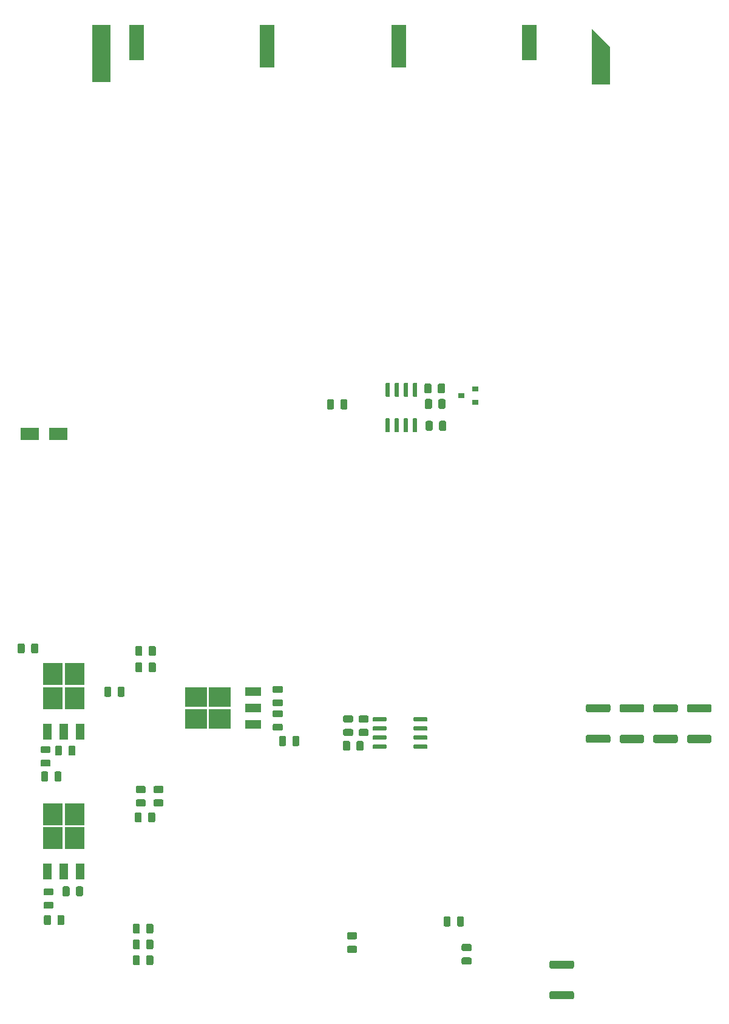
<source format=gtp>
G04 #@! TF.GenerationSoftware,KiCad,Pcbnew,5.1.5*
G04 #@! TF.CreationDate,2020-02-13T16:26:20+03:00*
G04 #@! TF.ProjectId,DC-Soft-Starter-V2,44432d53-6f66-4742-9d53-746172746572,rev?*
G04 #@! TF.SameCoordinates,Original*
G04 #@! TF.FileFunction,Paste,Top*
G04 #@! TF.FilePolarity,Positive*
%FSLAX46Y46*%
G04 Gerber Fmt 4.6, Leading zero omitted, Abs format (unit mm)*
G04 Created by KiCad (PCBNEW 5.1.5) date 2020-02-13 16:26:20*
%MOMM*%
%LPD*%
G04 APERTURE LIST*
%ADD10R,2.000000X5.000000*%
%ADD11R,2.000000X6.000000*%
%ADD12C,0.100000*%
%ADD13R,3.050000X2.750000*%
%ADD14R,2.200000X1.200000*%
%ADD15R,2.750000X3.050000*%
%ADD16R,1.200000X2.200000*%
%ADD17R,2.500000X1.800000*%
%ADD18R,0.900000X0.800000*%
%ADD19R,2.540000X8.060000*%
G04 APERTURE END LIST*
D10*
X86409000Y-15118800D03*
D11*
X68203931Y-15624800D03*
X49844000Y-15626800D03*
D10*
X31674000Y-15130800D03*
D12*
G36*
X92412005Y-142993704D02*
G01*
X92436273Y-142997304D01*
X92460072Y-143003265D01*
X92483171Y-143011530D01*
X92505350Y-143022020D01*
X92526393Y-143034632D01*
X92546099Y-143049247D01*
X92564277Y-143065723D01*
X92580753Y-143083901D01*
X92595368Y-143103607D01*
X92607980Y-143124650D01*
X92618470Y-143146829D01*
X92626735Y-143169928D01*
X92632696Y-143193727D01*
X92636296Y-143217995D01*
X92637500Y-143242499D01*
X92637500Y-143867501D01*
X92636296Y-143892005D01*
X92632696Y-143916273D01*
X92626735Y-143940072D01*
X92618470Y-143963171D01*
X92607980Y-143985350D01*
X92595368Y-144006393D01*
X92580753Y-144026099D01*
X92564277Y-144044277D01*
X92546099Y-144060753D01*
X92526393Y-144075368D01*
X92505350Y-144087980D01*
X92483171Y-144098470D01*
X92460072Y-144106735D01*
X92436273Y-144112696D01*
X92412005Y-144116296D01*
X92387501Y-144117500D01*
X89487499Y-144117500D01*
X89462995Y-144116296D01*
X89438727Y-144112696D01*
X89414928Y-144106735D01*
X89391829Y-144098470D01*
X89369650Y-144087980D01*
X89348607Y-144075368D01*
X89328901Y-144060753D01*
X89310723Y-144044277D01*
X89294247Y-144026099D01*
X89279632Y-144006393D01*
X89267020Y-143985350D01*
X89256530Y-143963171D01*
X89248265Y-143940072D01*
X89242304Y-143916273D01*
X89238704Y-143892005D01*
X89237500Y-143867501D01*
X89237500Y-143242499D01*
X89238704Y-143217995D01*
X89242304Y-143193727D01*
X89248265Y-143169928D01*
X89256530Y-143146829D01*
X89267020Y-143124650D01*
X89279632Y-143103607D01*
X89294247Y-143083901D01*
X89310723Y-143065723D01*
X89328901Y-143049247D01*
X89348607Y-143034632D01*
X89369650Y-143022020D01*
X89391829Y-143011530D01*
X89414928Y-143003265D01*
X89438727Y-142997304D01*
X89462995Y-142993704D01*
X89487499Y-142992500D01*
X92387501Y-142992500D01*
X92412005Y-142993704D01*
G37*
G36*
X92412005Y-147268704D02*
G01*
X92436273Y-147272304D01*
X92460072Y-147278265D01*
X92483171Y-147286530D01*
X92505350Y-147297020D01*
X92526393Y-147309632D01*
X92546099Y-147324247D01*
X92564277Y-147340723D01*
X92580753Y-147358901D01*
X92595368Y-147378607D01*
X92607980Y-147399650D01*
X92618470Y-147421829D01*
X92626735Y-147444928D01*
X92632696Y-147468727D01*
X92636296Y-147492995D01*
X92637500Y-147517499D01*
X92637500Y-148142501D01*
X92636296Y-148167005D01*
X92632696Y-148191273D01*
X92626735Y-148215072D01*
X92618470Y-148238171D01*
X92607980Y-148260350D01*
X92595368Y-148281393D01*
X92580753Y-148301099D01*
X92564277Y-148319277D01*
X92546099Y-148335753D01*
X92526393Y-148350368D01*
X92505350Y-148362980D01*
X92483171Y-148373470D01*
X92460072Y-148381735D01*
X92436273Y-148387696D01*
X92412005Y-148391296D01*
X92387501Y-148392500D01*
X89487499Y-148392500D01*
X89462995Y-148391296D01*
X89438727Y-148387696D01*
X89414928Y-148381735D01*
X89391829Y-148373470D01*
X89369650Y-148362980D01*
X89348607Y-148350368D01*
X89328901Y-148335753D01*
X89310723Y-148319277D01*
X89294247Y-148301099D01*
X89279632Y-148281393D01*
X89267020Y-148260350D01*
X89256530Y-148238171D01*
X89248265Y-148215072D01*
X89242304Y-148191273D01*
X89238704Y-148167005D01*
X89237500Y-148142501D01*
X89237500Y-147517499D01*
X89238704Y-147492995D01*
X89242304Y-147468727D01*
X89248265Y-147444928D01*
X89256530Y-147421829D01*
X89267020Y-147399650D01*
X89279632Y-147378607D01*
X89294247Y-147358901D01*
X89310723Y-147340723D01*
X89328901Y-147324247D01*
X89348607Y-147309632D01*
X89369650Y-147297020D01*
X89391829Y-147286530D01*
X89414928Y-147278265D01*
X89438727Y-147272304D01*
X89462995Y-147268704D01*
X89487499Y-147267500D01*
X92387501Y-147267500D01*
X92412005Y-147268704D01*
G37*
G36*
X72075703Y-112902522D02*
G01*
X72090264Y-112904682D01*
X72104543Y-112908259D01*
X72118403Y-112913218D01*
X72131710Y-112919512D01*
X72144336Y-112927080D01*
X72156159Y-112935848D01*
X72167066Y-112945734D01*
X72176952Y-112956641D01*
X72185720Y-112968464D01*
X72193288Y-112981090D01*
X72199582Y-112994397D01*
X72204541Y-113008257D01*
X72208118Y-113022536D01*
X72210278Y-113037097D01*
X72211000Y-113051800D01*
X72211000Y-113351800D01*
X72210278Y-113366503D01*
X72208118Y-113381064D01*
X72204541Y-113395343D01*
X72199582Y-113409203D01*
X72193288Y-113422510D01*
X72185720Y-113435136D01*
X72176952Y-113446959D01*
X72167066Y-113457866D01*
X72156159Y-113467752D01*
X72144336Y-113476520D01*
X72131710Y-113484088D01*
X72118403Y-113490382D01*
X72104543Y-113495341D01*
X72090264Y-113498918D01*
X72075703Y-113501078D01*
X72061000Y-113501800D01*
X70411000Y-113501800D01*
X70396297Y-113501078D01*
X70381736Y-113498918D01*
X70367457Y-113495341D01*
X70353597Y-113490382D01*
X70340290Y-113484088D01*
X70327664Y-113476520D01*
X70315841Y-113467752D01*
X70304934Y-113457866D01*
X70295048Y-113446959D01*
X70286280Y-113435136D01*
X70278712Y-113422510D01*
X70272418Y-113409203D01*
X70267459Y-113395343D01*
X70263882Y-113381064D01*
X70261722Y-113366503D01*
X70261000Y-113351800D01*
X70261000Y-113051800D01*
X70261722Y-113037097D01*
X70263882Y-113022536D01*
X70267459Y-113008257D01*
X70272418Y-112994397D01*
X70278712Y-112981090D01*
X70286280Y-112968464D01*
X70295048Y-112956641D01*
X70304934Y-112945734D01*
X70315841Y-112935848D01*
X70327664Y-112927080D01*
X70340290Y-112919512D01*
X70353597Y-112913218D01*
X70367457Y-112908259D01*
X70381736Y-112904682D01*
X70396297Y-112902522D01*
X70411000Y-112901800D01*
X72061000Y-112901800D01*
X72075703Y-112902522D01*
G37*
G36*
X72075703Y-111632522D02*
G01*
X72090264Y-111634682D01*
X72104543Y-111638259D01*
X72118403Y-111643218D01*
X72131710Y-111649512D01*
X72144336Y-111657080D01*
X72156159Y-111665848D01*
X72167066Y-111675734D01*
X72176952Y-111686641D01*
X72185720Y-111698464D01*
X72193288Y-111711090D01*
X72199582Y-111724397D01*
X72204541Y-111738257D01*
X72208118Y-111752536D01*
X72210278Y-111767097D01*
X72211000Y-111781800D01*
X72211000Y-112081800D01*
X72210278Y-112096503D01*
X72208118Y-112111064D01*
X72204541Y-112125343D01*
X72199582Y-112139203D01*
X72193288Y-112152510D01*
X72185720Y-112165136D01*
X72176952Y-112176959D01*
X72167066Y-112187866D01*
X72156159Y-112197752D01*
X72144336Y-112206520D01*
X72131710Y-112214088D01*
X72118403Y-112220382D01*
X72104543Y-112225341D01*
X72090264Y-112228918D01*
X72075703Y-112231078D01*
X72061000Y-112231800D01*
X70411000Y-112231800D01*
X70396297Y-112231078D01*
X70381736Y-112228918D01*
X70367457Y-112225341D01*
X70353597Y-112220382D01*
X70340290Y-112214088D01*
X70327664Y-112206520D01*
X70315841Y-112197752D01*
X70304934Y-112187866D01*
X70295048Y-112176959D01*
X70286280Y-112165136D01*
X70278712Y-112152510D01*
X70272418Y-112139203D01*
X70267459Y-112125343D01*
X70263882Y-112111064D01*
X70261722Y-112096503D01*
X70261000Y-112081800D01*
X70261000Y-111781800D01*
X70261722Y-111767097D01*
X70263882Y-111752536D01*
X70267459Y-111738257D01*
X70272418Y-111724397D01*
X70278712Y-111711090D01*
X70286280Y-111698464D01*
X70295048Y-111686641D01*
X70304934Y-111675734D01*
X70315841Y-111665848D01*
X70327664Y-111657080D01*
X70340290Y-111649512D01*
X70353597Y-111643218D01*
X70367457Y-111638259D01*
X70381736Y-111634682D01*
X70396297Y-111632522D01*
X70411000Y-111631800D01*
X72061000Y-111631800D01*
X72075703Y-111632522D01*
G37*
G36*
X72075703Y-110362522D02*
G01*
X72090264Y-110364682D01*
X72104543Y-110368259D01*
X72118403Y-110373218D01*
X72131710Y-110379512D01*
X72144336Y-110387080D01*
X72156159Y-110395848D01*
X72167066Y-110405734D01*
X72176952Y-110416641D01*
X72185720Y-110428464D01*
X72193288Y-110441090D01*
X72199582Y-110454397D01*
X72204541Y-110468257D01*
X72208118Y-110482536D01*
X72210278Y-110497097D01*
X72211000Y-110511800D01*
X72211000Y-110811800D01*
X72210278Y-110826503D01*
X72208118Y-110841064D01*
X72204541Y-110855343D01*
X72199582Y-110869203D01*
X72193288Y-110882510D01*
X72185720Y-110895136D01*
X72176952Y-110906959D01*
X72167066Y-110917866D01*
X72156159Y-110927752D01*
X72144336Y-110936520D01*
X72131710Y-110944088D01*
X72118403Y-110950382D01*
X72104543Y-110955341D01*
X72090264Y-110958918D01*
X72075703Y-110961078D01*
X72061000Y-110961800D01*
X70411000Y-110961800D01*
X70396297Y-110961078D01*
X70381736Y-110958918D01*
X70367457Y-110955341D01*
X70353597Y-110950382D01*
X70340290Y-110944088D01*
X70327664Y-110936520D01*
X70315841Y-110927752D01*
X70304934Y-110917866D01*
X70295048Y-110906959D01*
X70286280Y-110895136D01*
X70278712Y-110882510D01*
X70272418Y-110869203D01*
X70267459Y-110855343D01*
X70263882Y-110841064D01*
X70261722Y-110826503D01*
X70261000Y-110811800D01*
X70261000Y-110511800D01*
X70261722Y-110497097D01*
X70263882Y-110482536D01*
X70267459Y-110468257D01*
X70272418Y-110454397D01*
X70278712Y-110441090D01*
X70286280Y-110428464D01*
X70295048Y-110416641D01*
X70304934Y-110405734D01*
X70315841Y-110395848D01*
X70327664Y-110387080D01*
X70340290Y-110379512D01*
X70353597Y-110373218D01*
X70367457Y-110368259D01*
X70381736Y-110364682D01*
X70396297Y-110362522D01*
X70411000Y-110361800D01*
X72061000Y-110361800D01*
X72075703Y-110362522D01*
G37*
G36*
X72075703Y-109092522D02*
G01*
X72090264Y-109094682D01*
X72104543Y-109098259D01*
X72118403Y-109103218D01*
X72131710Y-109109512D01*
X72144336Y-109117080D01*
X72156159Y-109125848D01*
X72167066Y-109135734D01*
X72176952Y-109146641D01*
X72185720Y-109158464D01*
X72193288Y-109171090D01*
X72199582Y-109184397D01*
X72204541Y-109198257D01*
X72208118Y-109212536D01*
X72210278Y-109227097D01*
X72211000Y-109241800D01*
X72211000Y-109541800D01*
X72210278Y-109556503D01*
X72208118Y-109571064D01*
X72204541Y-109585343D01*
X72199582Y-109599203D01*
X72193288Y-109612510D01*
X72185720Y-109625136D01*
X72176952Y-109636959D01*
X72167066Y-109647866D01*
X72156159Y-109657752D01*
X72144336Y-109666520D01*
X72131710Y-109674088D01*
X72118403Y-109680382D01*
X72104543Y-109685341D01*
X72090264Y-109688918D01*
X72075703Y-109691078D01*
X72061000Y-109691800D01*
X70411000Y-109691800D01*
X70396297Y-109691078D01*
X70381736Y-109688918D01*
X70367457Y-109685341D01*
X70353597Y-109680382D01*
X70340290Y-109674088D01*
X70327664Y-109666520D01*
X70315841Y-109657752D01*
X70304934Y-109647866D01*
X70295048Y-109636959D01*
X70286280Y-109625136D01*
X70278712Y-109612510D01*
X70272418Y-109599203D01*
X70267459Y-109585343D01*
X70263882Y-109571064D01*
X70261722Y-109556503D01*
X70261000Y-109541800D01*
X70261000Y-109241800D01*
X70261722Y-109227097D01*
X70263882Y-109212536D01*
X70267459Y-109198257D01*
X70272418Y-109184397D01*
X70278712Y-109171090D01*
X70286280Y-109158464D01*
X70295048Y-109146641D01*
X70304934Y-109135734D01*
X70315841Y-109125848D01*
X70327664Y-109117080D01*
X70340290Y-109109512D01*
X70353597Y-109103218D01*
X70367457Y-109098259D01*
X70381736Y-109094682D01*
X70396297Y-109092522D01*
X70411000Y-109091800D01*
X72061000Y-109091800D01*
X72075703Y-109092522D01*
G37*
G36*
X66363703Y-109092522D02*
G01*
X66378264Y-109094682D01*
X66392543Y-109098259D01*
X66406403Y-109103218D01*
X66419710Y-109109512D01*
X66432336Y-109117080D01*
X66444159Y-109125848D01*
X66455066Y-109135734D01*
X66464952Y-109146641D01*
X66473720Y-109158464D01*
X66481288Y-109171090D01*
X66487582Y-109184397D01*
X66492541Y-109198257D01*
X66496118Y-109212536D01*
X66498278Y-109227097D01*
X66499000Y-109241800D01*
X66499000Y-109541800D01*
X66498278Y-109556503D01*
X66496118Y-109571064D01*
X66492541Y-109585343D01*
X66487582Y-109599203D01*
X66481288Y-109612510D01*
X66473720Y-109625136D01*
X66464952Y-109636959D01*
X66455066Y-109647866D01*
X66444159Y-109657752D01*
X66432336Y-109666520D01*
X66419710Y-109674088D01*
X66406403Y-109680382D01*
X66392543Y-109685341D01*
X66378264Y-109688918D01*
X66363703Y-109691078D01*
X66349000Y-109691800D01*
X64699000Y-109691800D01*
X64684297Y-109691078D01*
X64669736Y-109688918D01*
X64655457Y-109685341D01*
X64641597Y-109680382D01*
X64628290Y-109674088D01*
X64615664Y-109666520D01*
X64603841Y-109657752D01*
X64592934Y-109647866D01*
X64583048Y-109636959D01*
X64574280Y-109625136D01*
X64566712Y-109612510D01*
X64560418Y-109599203D01*
X64555459Y-109585343D01*
X64551882Y-109571064D01*
X64549722Y-109556503D01*
X64549000Y-109541800D01*
X64549000Y-109241800D01*
X64549722Y-109227097D01*
X64551882Y-109212536D01*
X64555459Y-109198257D01*
X64560418Y-109184397D01*
X64566712Y-109171090D01*
X64574280Y-109158464D01*
X64583048Y-109146641D01*
X64592934Y-109135734D01*
X64603841Y-109125848D01*
X64615664Y-109117080D01*
X64628290Y-109109512D01*
X64641597Y-109103218D01*
X64655457Y-109098259D01*
X64669736Y-109094682D01*
X64684297Y-109092522D01*
X64699000Y-109091800D01*
X66349000Y-109091800D01*
X66363703Y-109092522D01*
G37*
G36*
X66363703Y-110362522D02*
G01*
X66378264Y-110364682D01*
X66392543Y-110368259D01*
X66406403Y-110373218D01*
X66419710Y-110379512D01*
X66432336Y-110387080D01*
X66444159Y-110395848D01*
X66455066Y-110405734D01*
X66464952Y-110416641D01*
X66473720Y-110428464D01*
X66481288Y-110441090D01*
X66487582Y-110454397D01*
X66492541Y-110468257D01*
X66496118Y-110482536D01*
X66498278Y-110497097D01*
X66499000Y-110511800D01*
X66499000Y-110811800D01*
X66498278Y-110826503D01*
X66496118Y-110841064D01*
X66492541Y-110855343D01*
X66487582Y-110869203D01*
X66481288Y-110882510D01*
X66473720Y-110895136D01*
X66464952Y-110906959D01*
X66455066Y-110917866D01*
X66444159Y-110927752D01*
X66432336Y-110936520D01*
X66419710Y-110944088D01*
X66406403Y-110950382D01*
X66392543Y-110955341D01*
X66378264Y-110958918D01*
X66363703Y-110961078D01*
X66349000Y-110961800D01*
X64699000Y-110961800D01*
X64684297Y-110961078D01*
X64669736Y-110958918D01*
X64655457Y-110955341D01*
X64641597Y-110950382D01*
X64628290Y-110944088D01*
X64615664Y-110936520D01*
X64603841Y-110927752D01*
X64592934Y-110917866D01*
X64583048Y-110906959D01*
X64574280Y-110895136D01*
X64566712Y-110882510D01*
X64560418Y-110869203D01*
X64555459Y-110855343D01*
X64551882Y-110841064D01*
X64549722Y-110826503D01*
X64549000Y-110811800D01*
X64549000Y-110511800D01*
X64549722Y-110497097D01*
X64551882Y-110482536D01*
X64555459Y-110468257D01*
X64560418Y-110454397D01*
X64566712Y-110441090D01*
X64574280Y-110428464D01*
X64583048Y-110416641D01*
X64592934Y-110405734D01*
X64603841Y-110395848D01*
X64615664Y-110387080D01*
X64628290Y-110379512D01*
X64641597Y-110373218D01*
X64655457Y-110368259D01*
X64669736Y-110364682D01*
X64684297Y-110362522D01*
X64699000Y-110361800D01*
X66349000Y-110361800D01*
X66363703Y-110362522D01*
G37*
G36*
X66363703Y-111632522D02*
G01*
X66378264Y-111634682D01*
X66392543Y-111638259D01*
X66406403Y-111643218D01*
X66419710Y-111649512D01*
X66432336Y-111657080D01*
X66444159Y-111665848D01*
X66455066Y-111675734D01*
X66464952Y-111686641D01*
X66473720Y-111698464D01*
X66481288Y-111711090D01*
X66487582Y-111724397D01*
X66492541Y-111738257D01*
X66496118Y-111752536D01*
X66498278Y-111767097D01*
X66499000Y-111781800D01*
X66499000Y-112081800D01*
X66498278Y-112096503D01*
X66496118Y-112111064D01*
X66492541Y-112125343D01*
X66487582Y-112139203D01*
X66481288Y-112152510D01*
X66473720Y-112165136D01*
X66464952Y-112176959D01*
X66455066Y-112187866D01*
X66444159Y-112197752D01*
X66432336Y-112206520D01*
X66419710Y-112214088D01*
X66406403Y-112220382D01*
X66392543Y-112225341D01*
X66378264Y-112228918D01*
X66363703Y-112231078D01*
X66349000Y-112231800D01*
X64699000Y-112231800D01*
X64684297Y-112231078D01*
X64669736Y-112228918D01*
X64655457Y-112225341D01*
X64641597Y-112220382D01*
X64628290Y-112214088D01*
X64615664Y-112206520D01*
X64603841Y-112197752D01*
X64592934Y-112187866D01*
X64583048Y-112176959D01*
X64574280Y-112165136D01*
X64566712Y-112152510D01*
X64560418Y-112139203D01*
X64555459Y-112125343D01*
X64551882Y-112111064D01*
X64549722Y-112096503D01*
X64549000Y-112081800D01*
X64549000Y-111781800D01*
X64549722Y-111767097D01*
X64551882Y-111752536D01*
X64555459Y-111738257D01*
X64560418Y-111724397D01*
X64566712Y-111711090D01*
X64574280Y-111698464D01*
X64583048Y-111686641D01*
X64592934Y-111675734D01*
X64603841Y-111665848D01*
X64615664Y-111657080D01*
X64628290Y-111649512D01*
X64641597Y-111643218D01*
X64655457Y-111638259D01*
X64669736Y-111634682D01*
X64684297Y-111632522D01*
X64699000Y-111631800D01*
X66349000Y-111631800D01*
X66363703Y-111632522D01*
G37*
G36*
X66363703Y-112902522D02*
G01*
X66378264Y-112904682D01*
X66392543Y-112908259D01*
X66406403Y-112913218D01*
X66419710Y-112919512D01*
X66432336Y-112927080D01*
X66444159Y-112935848D01*
X66455066Y-112945734D01*
X66464952Y-112956641D01*
X66473720Y-112968464D01*
X66481288Y-112981090D01*
X66487582Y-112994397D01*
X66492541Y-113008257D01*
X66496118Y-113022536D01*
X66498278Y-113037097D01*
X66499000Y-113051800D01*
X66499000Y-113351800D01*
X66498278Y-113366503D01*
X66496118Y-113381064D01*
X66492541Y-113395343D01*
X66487582Y-113409203D01*
X66481288Y-113422510D01*
X66473720Y-113435136D01*
X66464952Y-113446959D01*
X66455066Y-113457866D01*
X66444159Y-113467752D01*
X66432336Y-113476520D01*
X66419710Y-113484088D01*
X66406403Y-113490382D01*
X66392543Y-113495341D01*
X66378264Y-113498918D01*
X66363703Y-113501078D01*
X66349000Y-113501800D01*
X64699000Y-113501800D01*
X64684297Y-113501078D01*
X64669736Y-113498918D01*
X64655457Y-113495341D01*
X64641597Y-113490382D01*
X64628290Y-113484088D01*
X64615664Y-113476520D01*
X64603841Y-113467752D01*
X64592934Y-113457866D01*
X64583048Y-113446959D01*
X64574280Y-113435136D01*
X64566712Y-113422510D01*
X64560418Y-113409203D01*
X64555459Y-113395343D01*
X64551882Y-113381064D01*
X64549722Y-113366503D01*
X64549000Y-113351800D01*
X64549000Y-113051800D01*
X64549722Y-113037097D01*
X64551882Y-113022536D01*
X64555459Y-113008257D01*
X64560418Y-112994397D01*
X64566712Y-112981090D01*
X64574280Y-112968464D01*
X64583048Y-112956641D01*
X64592934Y-112945734D01*
X64603841Y-112935848D01*
X64615664Y-112927080D01*
X64628290Y-112919512D01*
X64641597Y-112913218D01*
X64655457Y-112908259D01*
X64669736Y-112904682D01*
X64684297Y-112902522D01*
X64699000Y-112901800D01*
X66349000Y-112901800D01*
X66363703Y-112902522D01*
G37*
D13*
X43270000Y-106322600D03*
X39920000Y-109372600D03*
X43270000Y-109372600D03*
X39920000Y-106322600D03*
D14*
X47895000Y-105567600D03*
X47895000Y-107847600D03*
X47895000Y-110127600D03*
D15*
X23013000Y-125967800D03*
X19963000Y-122617800D03*
X19963000Y-125967800D03*
X23013000Y-122617800D03*
D16*
X23768000Y-130592800D03*
X21488000Y-130592800D03*
X19208000Y-130592800D03*
D15*
X23001000Y-106447800D03*
X19951000Y-103097800D03*
X19951000Y-106447800D03*
X23001000Y-103097800D03*
D16*
X23756000Y-111072800D03*
X21476000Y-111072800D03*
X19196000Y-111072800D03*
D12*
G36*
X97653500Y-15665800D02*
G01*
X97653500Y-20975800D01*
X95113500Y-20975800D01*
X95113500Y-13125800D01*
X97653500Y-15665800D01*
G37*
G36*
X74411142Y-62591974D02*
G01*
X74434803Y-62595484D01*
X74458007Y-62601296D01*
X74480529Y-62609354D01*
X74502153Y-62619582D01*
X74522670Y-62631879D01*
X74541883Y-62646129D01*
X74559607Y-62662193D01*
X74575671Y-62679917D01*
X74589921Y-62699130D01*
X74602218Y-62719647D01*
X74612446Y-62741271D01*
X74620504Y-62763793D01*
X74626316Y-62786997D01*
X74629826Y-62810658D01*
X74631000Y-62834550D01*
X74631000Y-63747050D01*
X74629826Y-63770942D01*
X74626316Y-63794603D01*
X74620504Y-63817807D01*
X74612446Y-63840329D01*
X74602218Y-63861953D01*
X74589921Y-63882470D01*
X74575671Y-63901683D01*
X74559607Y-63919407D01*
X74541883Y-63935471D01*
X74522670Y-63949721D01*
X74502153Y-63962018D01*
X74480529Y-63972246D01*
X74458007Y-63980304D01*
X74434803Y-63986116D01*
X74411142Y-63989626D01*
X74387250Y-63990800D01*
X73899750Y-63990800D01*
X73875858Y-63989626D01*
X73852197Y-63986116D01*
X73828993Y-63980304D01*
X73806471Y-63972246D01*
X73784847Y-63962018D01*
X73764330Y-63949721D01*
X73745117Y-63935471D01*
X73727393Y-63919407D01*
X73711329Y-63901683D01*
X73697079Y-63882470D01*
X73684782Y-63861953D01*
X73674554Y-63840329D01*
X73666496Y-63817807D01*
X73660684Y-63794603D01*
X73657174Y-63770942D01*
X73656000Y-63747050D01*
X73656000Y-62834550D01*
X73657174Y-62810658D01*
X73660684Y-62786997D01*
X73666496Y-62763793D01*
X73674554Y-62741271D01*
X73684782Y-62719647D01*
X73697079Y-62699130D01*
X73711329Y-62679917D01*
X73727393Y-62662193D01*
X73745117Y-62646129D01*
X73764330Y-62631879D01*
X73784847Y-62619582D01*
X73806471Y-62609354D01*
X73828993Y-62601296D01*
X73852197Y-62595484D01*
X73875858Y-62591974D01*
X73899750Y-62590800D01*
X74387250Y-62590800D01*
X74411142Y-62591974D01*
G37*
G36*
X72536142Y-62591974D02*
G01*
X72559803Y-62595484D01*
X72583007Y-62601296D01*
X72605529Y-62609354D01*
X72627153Y-62619582D01*
X72647670Y-62631879D01*
X72666883Y-62646129D01*
X72684607Y-62662193D01*
X72700671Y-62679917D01*
X72714921Y-62699130D01*
X72727218Y-62719647D01*
X72737446Y-62741271D01*
X72745504Y-62763793D01*
X72751316Y-62786997D01*
X72754826Y-62810658D01*
X72756000Y-62834550D01*
X72756000Y-63747050D01*
X72754826Y-63770942D01*
X72751316Y-63794603D01*
X72745504Y-63817807D01*
X72737446Y-63840329D01*
X72727218Y-63861953D01*
X72714921Y-63882470D01*
X72700671Y-63901683D01*
X72684607Y-63919407D01*
X72666883Y-63935471D01*
X72647670Y-63949721D01*
X72627153Y-63962018D01*
X72605529Y-63972246D01*
X72583007Y-63980304D01*
X72559803Y-63986116D01*
X72536142Y-63989626D01*
X72512250Y-63990800D01*
X72024750Y-63990800D01*
X72000858Y-63989626D01*
X71977197Y-63986116D01*
X71953993Y-63980304D01*
X71931471Y-63972246D01*
X71909847Y-63962018D01*
X71889330Y-63949721D01*
X71870117Y-63935471D01*
X71852393Y-63919407D01*
X71836329Y-63901683D01*
X71822079Y-63882470D01*
X71809782Y-63861953D01*
X71799554Y-63840329D01*
X71791496Y-63817807D01*
X71785684Y-63794603D01*
X71782174Y-63770942D01*
X71781000Y-63747050D01*
X71781000Y-62834550D01*
X71782174Y-62810658D01*
X71785684Y-62786997D01*
X71791496Y-62763793D01*
X71799554Y-62741271D01*
X71809782Y-62719647D01*
X71822079Y-62699130D01*
X71836329Y-62679917D01*
X71852393Y-62662193D01*
X71870117Y-62646129D01*
X71889330Y-62631879D01*
X71909847Y-62619582D01*
X71931471Y-62609354D01*
X71953993Y-62601296D01*
X71977197Y-62595484D01*
X72000858Y-62591974D01*
X72024750Y-62590800D01*
X72512250Y-62590800D01*
X72536142Y-62591974D01*
G37*
G36*
X19818142Y-132930974D02*
G01*
X19841803Y-132934484D01*
X19865007Y-132940296D01*
X19887529Y-132948354D01*
X19909153Y-132958582D01*
X19929670Y-132970879D01*
X19948883Y-132985129D01*
X19966607Y-133001193D01*
X19982671Y-133018917D01*
X19996921Y-133038130D01*
X20009218Y-133058647D01*
X20019446Y-133080271D01*
X20027504Y-133102793D01*
X20033316Y-133125997D01*
X20036826Y-133149658D01*
X20038000Y-133173550D01*
X20038000Y-133661050D01*
X20036826Y-133684942D01*
X20033316Y-133708603D01*
X20027504Y-133731807D01*
X20019446Y-133754329D01*
X20009218Y-133775953D01*
X19996921Y-133796470D01*
X19982671Y-133815683D01*
X19966607Y-133833407D01*
X19948883Y-133849471D01*
X19929670Y-133863721D01*
X19909153Y-133876018D01*
X19887529Y-133886246D01*
X19865007Y-133894304D01*
X19841803Y-133900116D01*
X19818142Y-133903626D01*
X19794250Y-133904800D01*
X18881750Y-133904800D01*
X18857858Y-133903626D01*
X18834197Y-133900116D01*
X18810993Y-133894304D01*
X18788471Y-133886246D01*
X18766847Y-133876018D01*
X18746330Y-133863721D01*
X18727117Y-133849471D01*
X18709393Y-133833407D01*
X18693329Y-133815683D01*
X18679079Y-133796470D01*
X18666782Y-133775953D01*
X18656554Y-133754329D01*
X18648496Y-133731807D01*
X18642684Y-133708603D01*
X18639174Y-133684942D01*
X18638000Y-133661050D01*
X18638000Y-133173550D01*
X18639174Y-133149658D01*
X18642684Y-133125997D01*
X18648496Y-133102793D01*
X18656554Y-133080271D01*
X18666782Y-133058647D01*
X18679079Y-133038130D01*
X18693329Y-133018917D01*
X18709393Y-133001193D01*
X18727117Y-132985129D01*
X18746330Y-132970879D01*
X18766847Y-132958582D01*
X18788471Y-132948354D01*
X18810993Y-132940296D01*
X18834197Y-132934484D01*
X18857858Y-132930974D01*
X18881750Y-132929800D01*
X19794250Y-132929800D01*
X19818142Y-132930974D01*
G37*
G36*
X19818142Y-134805974D02*
G01*
X19841803Y-134809484D01*
X19865007Y-134815296D01*
X19887529Y-134823354D01*
X19909153Y-134833582D01*
X19929670Y-134845879D01*
X19948883Y-134860129D01*
X19966607Y-134876193D01*
X19982671Y-134893917D01*
X19996921Y-134913130D01*
X20009218Y-134933647D01*
X20019446Y-134955271D01*
X20027504Y-134977793D01*
X20033316Y-135000997D01*
X20036826Y-135024658D01*
X20038000Y-135048550D01*
X20038000Y-135536050D01*
X20036826Y-135559942D01*
X20033316Y-135583603D01*
X20027504Y-135606807D01*
X20019446Y-135629329D01*
X20009218Y-135650953D01*
X19996921Y-135671470D01*
X19982671Y-135690683D01*
X19966607Y-135708407D01*
X19948883Y-135724471D01*
X19929670Y-135738721D01*
X19909153Y-135751018D01*
X19887529Y-135761246D01*
X19865007Y-135769304D01*
X19841803Y-135775116D01*
X19818142Y-135778626D01*
X19794250Y-135779800D01*
X18881750Y-135779800D01*
X18857858Y-135778626D01*
X18834197Y-135775116D01*
X18810993Y-135769304D01*
X18788471Y-135761246D01*
X18766847Y-135751018D01*
X18746330Y-135738721D01*
X18727117Y-135724471D01*
X18709393Y-135708407D01*
X18693329Y-135690683D01*
X18679079Y-135671470D01*
X18666782Y-135650953D01*
X18656554Y-135629329D01*
X18648496Y-135606807D01*
X18642684Y-135583603D01*
X18639174Y-135559942D01*
X18638000Y-135536050D01*
X18638000Y-135048550D01*
X18639174Y-135024658D01*
X18642684Y-135000997D01*
X18648496Y-134977793D01*
X18656554Y-134955271D01*
X18666782Y-134933647D01*
X18679079Y-134913130D01*
X18693329Y-134893917D01*
X18709393Y-134876193D01*
X18727117Y-134860129D01*
X18746330Y-134845879D01*
X18766847Y-134833582D01*
X18788471Y-134823354D01*
X18810993Y-134815296D01*
X18834197Y-134809484D01*
X18857858Y-134805974D01*
X18881750Y-134804800D01*
X19794250Y-134804800D01*
X19818142Y-134805974D01*
G37*
G36*
X34001642Y-122355974D02*
G01*
X34025303Y-122359484D01*
X34048507Y-122365296D01*
X34071029Y-122373354D01*
X34092653Y-122383582D01*
X34113170Y-122395879D01*
X34132383Y-122410129D01*
X34150107Y-122426193D01*
X34166171Y-122443917D01*
X34180421Y-122463130D01*
X34192718Y-122483647D01*
X34202946Y-122505271D01*
X34211004Y-122527793D01*
X34216816Y-122550997D01*
X34220326Y-122574658D01*
X34221500Y-122598550D01*
X34221500Y-123511050D01*
X34220326Y-123534942D01*
X34216816Y-123558603D01*
X34211004Y-123581807D01*
X34202946Y-123604329D01*
X34192718Y-123625953D01*
X34180421Y-123646470D01*
X34166171Y-123665683D01*
X34150107Y-123683407D01*
X34132383Y-123699471D01*
X34113170Y-123713721D01*
X34092653Y-123726018D01*
X34071029Y-123736246D01*
X34048507Y-123744304D01*
X34025303Y-123750116D01*
X34001642Y-123753626D01*
X33977750Y-123754800D01*
X33490250Y-123754800D01*
X33466358Y-123753626D01*
X33442697Y-123750116D01*
X33419493Y-123744304D01*
X33396971Y-123736246D01*
X33375347Y-123726018D01*
X33354830Y-123713721D01*
X33335617Y-123699471D01*
X33317893Y-123683407D01*
X33301829Y-123665683D01*
X33287579Y-123646470D01*
X33275282Y-123625953D01*
X33265054Y-123604329D01*
X33256996Y-123581807D01*
X33251184Y-123558603D01*
X33247674Y-123534942D01*
X33246500Y-123511050D01*
X33246500Y-122598550D01*
X33247674Y-122574658D01*
X33251184Y-122550997D01*
X33256996Y-122527793D01*
X33265054Y-122505271D01*
X33275282Y-122483647D01*
X33287579Y-122463130D01*
X33301829Y-122443917D01*
X33317893Y-122426193D01*
X33335617Y-122410129D01*
X33354830Y-122395879D01*
X33375347Y-122383582D01*
X33396971Y-122373354D01*
X33419493Y-122365296D01*
X33442697Y-122359484D01*
X33466358Y-122355974D01*
X33490250Y-122354800D01*
X33977750Y-122354800D01*
X34001642Y-122355974D01*
G37*
G36*
X32126642Y-122355974D02*
G01*
X32150303Y-122359484D01*
X32173507Y-122365296D01*
X32196029Y-122373354D01*
X32217653Y-122383582D01*
X32238170Y-122395879D01*
X32257383Y-122410129D01*
X32275107Y-122426193D01*
X32291171Y-122443917D01*
X32305421Y-122463130D01*
X32317718Y-122483647D01*
X32327946Y-122505271D01*
X32336004Y-122527793D01*
X32341816Y-122550997D01*
X32345326Y-122574658D01*
X32346500Y-122598550D01*
X32346500Y-123511050D01*
X32345326Y-123534942D01*
X32341816Y-123558603D01*
X32336004Y-123581807D01*
X32327946Y-123604329D01*
X32317718Y-123625953D01*
X32305421Y-123646470D01*
X32291171Y-123665683D01*
X32275107Y-123683407D01*
X32257383Y-123699471D01*
X32238170Y-123713721D01*
X32217653Y-123726018D01*
X32196029Y-123736246D01*
X32173507Y-123744304D01*
X32150303Y-123750116D01*
X32126642Y-123753626D01*
X32102750Y-123754800D01*
X31615250Y-123754800D01*
X31591358Y-123753626D01*
X31567697Y-123750116D01*
X31544493Y-123744304D01*
X31521971Y-123736246D01*
X31500347Y-123726018D01*
X31479830Y-123713721D01*
X31460617Y-123699471D01*
X31442893Y-123683407D01*
X31426829Y-123665683D01*
X31412579Y-123646470D01*
X31400282Y-123625953D01*
X31390054Y-123604329D01*
X31381996Y-123581807D01*
X31376184Y-123558603D01*
X31372674Y-123534942D01*
X31371500Y-123511050D01*
X31371500Y-122598550D01*
X31372674Y-122574658D01*
X31376184Y-122550997D01*
X31381996Y-122527793D01*
X31390054Y-122505271D01*
X31400282Y-122483647D01*
X31412579Y-122463130D01*
X31426829Y-122443917D01*
X31442893Y-122426193D01*
X31460617Y-122410129D01*
X31479830Y-122395879D01*
X31500347Y-122383582D01*
X31521971Y-122373354D01*
X31544493Y-122365296D01*
X31567697Y-122359484D01*
X31591358Y-122355974D01*
X31615250Y-122354800D01*
X32102750Y-122354800D01*
X32126642Y-122355974D01*
G37*
G36*
X31868142Y-137855974D02*
G01*
X31891803Y-137859484D01*
X31915007Y-137865296D01*
X31937529Y-137873354D01*
X31959153Y-137883582D01*
X31979670Y-137895879D01*
X31998883Y-137910129D01*
X32016607Y-137926193D01*
X32032671Y-137943917D01*
X32046921Y-137963130D01*
X32059218Y-137983647D01*
X32069446Y-138005271D01*
X32077504Y-138027793D01*
X32083316Y-138050997D01*
X32086826Y-138074658D01*
X32088000Y-138098550D01*
X32088000Y-139011050D01*
X32086826Y-139034942D01*
X32083316Y-139058603D01*
X32077504Y-139081807D01*
X32069446Y-139104329D01*
X32059218Y-139125953D01*
X32046921Y-139146470D01*
X32032671Y-139165683D01*
X32016607Y-139183407D01*
X31998883Y-139199471D01*
X31979670Y-139213721D01*
X31959153Y-139226018D01*
X31937529Y-139236246D01*
X31915007Y-139244304D01*
X31891803Y-139250116D01*
X31868142Y-139253626D01*
X31844250Y-139254800D01*
X31356750Y-139254800D01*
X31332858Y-139253626D01*
X31309197Y-139250116D01*
X31285993Y-139244304D01*
X31263471Y-139236246D01*
X31241847Y-139226018D01*
X31221330Y-139213721D01*
X31202117Y-139199471D01*
X31184393Y-139183407D01*
X31168329Y-139165683D01*
X31154079Y-139146470D01*
X31141782Y-139125953D01*
X31131554Y-139104329D01*
X31123496Y-139081807D01*
X31117684Y-139058603D01*
X31114174Y-139034942D01*
X31113000Y-139011050D01*
X31113000Y-138098550D01*
X31114174Y-138074658D01*
X31117684Y-138050997D01*
X31123496Y-138027793D01*
X31131554Y-138005271D01*
X31141782Y-137983647D01*
X31154079Y-137963130D01*
X31168329Y-137943917D01*
X31184393Y-137926193D01*
X31202117Y-137910129D01*
X31221330Y-137895879D01*
X31241847Y-137883582D01*
X31263471Y-137873354D01*
X31285993Y-137865296D01*
X31309197Y-137859484D01*
X31332858Y-137855974D01*
X31356750Y-137854800D01*
X31844250Y-137854800D01*
X31868142Y-137855974D01*
G37*
G36*
X33743142Y-137855974D02*
G01*
X33766803Y-137859484D01*
X33790007Y-137865296D01*
X33812529Y-137873354D01*
X33834153Y-137883582D01*
X33854670Y-137895879D01*
X33873883Y-137910129D01*
X33891607Y-137926193D01*
X33907671Y-137943917D01*
X33921921Y-137963130D01*
X33934218Y-137983647D01*
X33944446Y-138005271D01*
X33952504Y-138027793D01*
X33958316Y-138050997D01*
X33961826Y-138074658D01*
X33963000Y-138098550D01*
X33963000Y-139011050D01*
X33961826Y-139034942D01*
X33958316Y-139058603D01*
X33952504Y-139081807D01*
X33944446Y-139104329D01*
X33934218Y-139125953D01*
X33921921Y-139146470D01*
X33907671Y-139165683D01*
X33891607Y-139183407D01*
X33873883Y-139199471D01*
X33854670Y-139213721D01*
X33834153Y-139226018D01*
X33812529Y-139236246D01*
X33790007Y-139244304D01*
X33766803Y-139250116D01*
X33743142Y-139253626D01*
X33719250Y-139254800D01*
X33231750Y-139254800D01*
X33207858Y-139253626D01*
X33184197Y-139250116D01*
X33160993Y-139244304D01*
X33138471Y-139236246D01*
X33116847Y-139226018D01*
X33096330Y-139213721D01*
X33077117Y-139199471D01*
X33059393Y-139183407D01*
X33043329Y-139165683D01*
X33029079Y-139146470D01*
X33016782Y-139125953D01*
X33006554Y-139104329D01*
X32998496Y-139081807D01*
X32992684Y-139058603D01*
X32989174Y-139034942D01*
X32988000Y-139011050D01*
X32988000Y-138098550D01*
X32989174Y-138074658D01*
X32992684Y-138050997D01*
X32998496Y-138027793D01*
X33006554Y-138005271D01*
X33016782Y-137983647D01*
X33029079Y-137963130D01*
X33043329Y-137943917D01*
X33059393Y-137926193D01*
X33077117Y-137910129D01*
X33096330Y-137895879D01*
X33116847Y-137883582D01*
X33138471Y-137873354D01*
X33160993Y-137865296D01*
X33184197Y-137859484D01*
X33207858Y-137855974D01*
X33231750Y-137854800D01*
X33719250Y-137854800D01*
X33743142Y-137855974D01*
G37*
G36*
X34091642Y-99167974D02*
G01*
X34115303Y-99171484D01*
X34138507Y-99177296D01*
X34161029Y-99185354D01*
X34182653Y-99195582D01*
X34203170Y-99207879D01*
X34222383Y-99222129D01*
X34240107Y-99238193D01*
X34256171Y-99255917D01*
X34270421Y-99275130D01*
X34282718Y-99295647D01*
X34292946Y-99317271D01*
X34301004Y-99339793D01*
X34306816Y-99362997D01*
X34310326Y-99386658D01*
X34311500Y-99410550D01*
X34311500Y-100323050D01*
X34310326Y-100346942D01*
X34306816Y-100370603D01*
X34301004Y-100393807D01*
X34292946Y-100416329D01*
X34282718Y-100437953D01*
X34270421Y-100458470D01*
X34256171Y-100477683D01*
X34240107Y-100495407D01*
X34222383Y-100511471D01*
X34203170Y-100525721D01*
X34182653Y-100538018D01*
X34161029Y-100548246D01*
X34138507Y-100556304D01*
X34115303Y-100562116D01*
X34091642Y-100565626D01*
X34067750Y-100566800D01*
X33580250Y-100566800D01*
X33556358Y-100565626D01*
X33532697Y-100562116D01*
X33509493Y-100556304D01*
X33486971Y-100548246D01*
X33465347Y-100538018D01*
X33444830Y-100525721D01*
X33425617Y-100511471D01*
X33407893Y-100495407D01*
X33391829Y-100477683D01*
X33377579Y-100458470D01*
X33365282Y-100437953D01*
X33355054Y-100416329D01*
X33346996Y-100393807D01*
X33341184Y-100370603D01*
X33337674Y-100346942D01*
X33336500Y-100323050D01*
X33336500Y-99410550D01*
X33337674Y-99386658D01*
X33341184Y-99362997D01*
X33346996Y-99339793D01*
X33355054Y-99317271D01*
X33365282Y-99295647D01*
X33377579Y-99275130D01*
X33391829Y-99255917D01*
X33407893Y-99238193D01*
X33425617Y-99222129D01*
X33444830Y-99207879D01*
X33465347Y-99195582D01*
X33486971Y-99185354D01*
X33509493Y-99177296D01*
X33532697Y-99171484D01*
X33556358Y-99167974D01*
X33580250Y-99166800D01*
X34067750Y-99166800D01*
X34091642Y-99167974D01*
G37*
G36*
X32216642Y-99167974D02*
G01*
X32240303Y-99171484D01*
X32263507Y-99177296D01*
X32286029Y-99185354D01*
X32307653Y-99195582D01*
X32328170Y-99207879D01*
X32347383Y-99222129D01*
X32365107Y-99238193D01*
X32381171Y-99255917D01*
X32395421Y-99275130D01*
X32407718Y-99295647D01*
X32417946Y-99317271D01*
X32426004Y-99339793D01*
X32431816Y-99362997D01*
X32435326Y-99386658D01*
X32436500Y-99410550D01*
X32436500Y-100323050D01*
X32435326Y-100346942D01*
X32431816Y-100370603D01*
X32426004Y-100393807D01*
X32417946Y-100416329D01*
X32407718Y-100437953D01*
X32395421Y-100458470D01*
X32381171Y-100477683D01*
X32365107Y-100495407D01*
X32347383Y-100511471D01*
X32328170Y-100525721D01*
X32307653Y-100538018D01*
X32286029Y-100548246D01*
X32263507Y-100556304D01*
X32240303Y-100562116D01*
X32216642Y-100565626D01*
X32192750Y-100566800D01*
X31705250Y-100566800D01*
X31681358Y-100565626D01*
X31657697Y-100562116D01*
X31634493Y-100556304D01*
X31611971Y-100548246D01*
X31590347Y-100538018D01*
X31569830Y-100525721D01*
X31550617Y-100511471D01*
X31532893Y-100495407D01*
X31516829Y-100477683D01*
X31502579Y-100458470D01*
X31490282Y-100437953D01*
X31480054Y-100416329D01*
X31471996Y-100393807D01*
X31466184Y-100370603D01*
X31462674Y-100346942D01*
X31461500Y-100323050D01*
X31461500Y-99410550D01*
X31462674Y-99386658D01*
X31466184Y-99362997D01*
X31471996Y-99339793D01*
X31480054Y-99317271D01*
X31490282Y-99295647D01*
X31502579Y-99275130D01*
X31516829Y-99255917D01*
X31532893Y-99238193D01*
X31550617Y-99222129D01*
X31569830Y-99207879D01*
X31590347Y-99195582D01*
X31611971Y-99185354D01*
X31634493Y-99177296D01*
X31657697Y-99171484D01*
X31681358Y-99167974D01*
X31705250Y-99166800D01*
X32192750Y-99166800D01*
X32216642Y-99167974D01*
G37*
G36*
X51795142Y-108123274D02*
G01*
X51818803Y-108126784D01*
X51842007Y-108132596D01*
X51864529Y-108140654D01*
X51886153Y-108150882D01*
X51906670Y-108163179D01*
X51925883Y-108177429D01*
X51943607Y-108193493D01*
X51959671Y-108211217D01*
X51973921Y-108230430D01*
X51986218Y-108250947D01*
X51996446Y-108272571D01*
X52004504Y-108295093D01*
X52010316Y-108318297D01*
X52013826Y-108341958D01*
X52015000Y-108365850D01*
X52015000Y-108853350D01*
X52013826Y-108877242D01*
X52010316Y-108900903D01*
X52004504Y-108924107D01*
X51996446Y-108946629D01*
X51986218Y-108968253D01*
X51973921Y-108988770D01*
X51959671Y-109007983D01*
X51943607Y-109025707D01*
X51925883Y-109041771D01*
X51906670Y-109056021D01*
X51886153Y-109068318D01*
X51864529Y-109078546D01*
X51842007Y-109086604D01*
X51818803Y-109092416D01*
X51795142Y-109095926D01*
X51771250Y-109097100D01*
X50858750Y-109097100D01*
X50834858Y-109095926D01*
X50811197Y-109092416D01*
X50787993Y-109086604D01*
X50765471Y-109078546D01*
X50743847Y-109068318D01*
X50723330Y-109056021D01*
X50704117Y-109041771D01*
X50686393Y-109025707D01*
X50670329Y-109007983D01*
X50656079Y-108988770D01*
X50643782Y-108968253D01*
X50633554Y-108946629D01*
X50625496Y-108924107D01*
X50619684Y-108900903D01*
X50616174Y-108877242D01*
X50615000Y-108853350D01*
X50615000Y-108365850D01*
X50616174Y-108341958D01*
X50619684Y-108318297D01*
X50625496Y-108295093D01*
X50633554Y-108272571D01*
X50643782Y-108250947D01*
X50656079Y-108230430D01*
X50670329Y-108211217D01*
X50686393Y-108193493D01*
X50704117Y-108177429D01*
X50723330Y-108163179D01*
X50743847Y-108150882D01*
X50765471Y-108140654D01*
X50787993Y-108132596D01*
X50811197Y-108126784D01*
X50834858Y-108123274D01*
X50858750Y-108122100D01*
X51771250Y-108122100D01*
X51795142Y-108123274D01*
G37*
G36*
X51795142Y-109998274D02*
G01*
X51818803Y-110001784D01*
X51842007Y-110007596D01*
X51864529Y-110015654D01*
X51886153Y-110025882D01*
X51906670Y-110038179D01*
X51925883Y-110052429D01*
X51943607Y-110068493D01*
X51959671Y-110086217D01*
X51973921Y-110105430D01*
X51986218Y-110125947D01*
X51996446Y-110147571D01*
X52004504Y-110170093D01*
X52010316Y-110193297D01*
X52013826Y-110216958D01*
X52015000Y-110240850D01*
X52015000Y-110728350D01*
X52013826Y-110752242D01*
X52010316Y-110775903D01*
X52004504Y-110799107D01*
X51996446Y-110821629D01*
X51986218Y-110843253D01*
X51973921Y-110863770D01*
X51959671Y-110882983D01*
X51943607Y-110900707D01*
X51925883Y-110916771D01*
X51906670Y-110931021D01*
X51886153Y-110943318D01*
X51864529Y-110953546D01*
X51842007Y-110961604D01*
X51818803Y-110967416D01*
X51795142Y-110970926D01*
X51771250Y-110972100D01*
X50858750Y-110972100D01*
X50834858Y-110970926D01*
X50811197Y-110967416D01*
X50787993Y-110961604D01*
X50765471Y-110953546D01*
X50743847Y-110943318D01*
X50723330Y-110931021D01*
X50704117Y-110916771D01*
X50686393Y-110900707D01*
X50670329Y-110882983D01*
X50656079Y-110863770D01*
X50643782Y-110843253D01*
X50633554Y-110821629D01*
X50625496Y-110799107D01*
X50619684Y-110775903D01*
X50616174Y-110752242D01*
X50615000Y-110728350D01*
X50615000Y-110240850D01*
X50616174Y-110216958D01*
X50619684Y-110193297D01*
X50625496Y-110170093D01*
X50633554Y-110147571D01*
X50643782Y-110125947D01*
X50656079Y-110105430D01*
X50670329Y-110086217D01*
X50686393Y-110068493D01*
X50704117Y-110052429D01*
X50723330Y-110038179D01*
X50743847Y-110025882D01*
X50765471Y-110015654D01*
X50787993Y-110007596D01*
X50811197Y-110001784D01*
X50834858Y-109998274D01*
X50858750Y-109997100D01*
X51771250Y-109997100D01*
X51795142Y-109998274D01*
G37*
G36*
X54122642Y-111720774D02*
G01*
X54146303Y-111724284D01*
X54169507Y-111730096D01*
X54192029Y-111738154D01*
X54213653Y-111748382D01*
X54234170Y-111760679D01*
X54253383Y-111774929D01*
X54271107Y-111790993D01*
X54287171Y-111808717D01*
X54301421Y-111827930D01*
X54313718Y-111848447D01*
X54323946Y-111870071D01*
X54332004Y-111892593D01*
X54337816Y-111915797D01*
X54341326Y-111939458D01*
X54342500Y-111963350D01*
X54342500Y-112875850D01*
X54341326Y-112899742D01*
X54337816Y-112923403D01*
X54332004Y-112946607D01*
X54323946Y-112969129D01*
X54313718Y-112990753D01*
X54301421Y-113011270D01*
X54287171Y-113030483D01*
X54271107Y-113048207D01*
X54253383Y-113064271D01*
X54234170Y-113078521D01*
X54213653Y-113090818D01*
X54192029Y-113101046D01*
X54169507Y-113109104D01*
X54146303Y-113114916D01*
X54122642Y-113118426D01*
X54098750Y-113119600D01*
X53611250Y-113119600D01*
X53587358Y-113118426D01*
X53563697Y-113114916D01*
X53540493Y-113109104D01*
X53517971Y-113101046D01*
X53496347Y-113090818D01*
X53475830Y-113078521D01*
X53456617Y-113064271D01*
X53438893Y-113048207D01*
X53422829Y-113030483D01*
X53408579Y-113011270D01*
X53396282Y-112990753D01*
X53386054Y-112969129D01*
X53377996Y-112946607D01*
X53372184Y-112923403D01*
X53368674Y-112899742D01*
X53367500Y-112875850D01*
X53367500Y-111963350D01*
X53368674Y-111939458D01*
X53372184Y-111915797D01*
X53377996Y-111892593D01*
X53386054Y-111870071D01*
X53396282Y-111848447D01*
X53408579Y-111827930D01*
X53422829Y-111808717D01*
X53438893Y-111790993D01*
X53456617Y-111774929D01*
X53475830Y-111760679D01*
X53496347Y-111748382D01*
X53517971Y-111738154D01*
X53540493Y-111730096D01*
X53563697Y-111724284D01*
X53587358Y-111720774D01*
X53611250Y-111719600D01*
X54098750Y-111719600D01*
X54122642Y-111720774D01*
G37*
G36*
X52247642Y-111720774D02*
G01*
X52271303Y-111724284D01*
X52294507Y-111730096D01*
X52317029Y-111738154D01*
X52338653Y-111748382D01*
X52359170Y-111760679D01*
X52378383Y-111774929D01*
X52396107Y-111790993D01*
X52412171Y-111808717D01*
X52426421Y-111827930D01*
X52438718Y-111848447D01*
X52448946Y-111870071D01*
X52457004Y-111892593D01*
X52462816Y-111915797D01*
X52466326Y-111939458D01*
X52467500Y-111963350D01*
X52467500Y-112875850D01*
X52466326Y-112899742D01*
X52462816Y-112923403D01*
X52457004Y-112946607D01*
X52448946Y-112969129D01*
X52438718Y-112990753D01*
X52426421Y-113011270D01*
X52412171Y-113030483D01*
X52396107Y-113048207D01*
X52378383Y-113064271D01*
X52359170Y-113078521D01*
X52338653Y-113090818D01*
X52317029Y-113101046D01*
X52294507Y-113109104D01*
X52271303Y-113114916D01*
X52247642Y-113118426D01*
X52223750Y-113119600D01*
X51736250Y-113119600D01*
X51712358Y-113118426D01*
X51688697Y-113114916D01*
X51665493Y-113109104D01*
X51642971Y-113101046D01*
X51621347Y-113090818D01*
X51600830Y-113078521D01*
X51581617Y-113064271D01*
X51563893Y-113048207D01*
X51547829Y-113030483D01*
X51533579Y-113011270D01*
X51521282Y-112990753D01*
X51511054Y-112969129D01*
X51502996Y-112946607D01*
X51497184Y-112923403D01*
X51493674Y-112899742D01*
X51492500Y-112875850D01*
X51492500Y-111963350D01*
X51493674Y-111939458D01*
X51497184Y-111915797D01*
X51502996Y-111892593D01*
X51511054Y-111870071D01*
X51521282Y-111848447D01*
X51533579Y-111827930D01*
X51547829Y-111808717D01*
X51563893Y-111790993D01*
X51581617Y-111774929D01*
X51600830Y-111760679D01*
X51621347Y-111748382D01*
X51642971Y-111738154D01*
X51665493Y-111730096D01*
X51688697Y-111724284D01*
X51712358Y-111720774D01*
X51736250Y-111719600D01*
X52223750Y-111719600D01*
X52247642Y-111720774D01*
G37*
G36*
X51795142Y-104724274D02*
G01*
X51818803Y-104727784D01*
X51842007Y-104733596D01*
X51864529Y-104741654D01*
X51886153Y-104751882D01*
X51906670Y-104764179D01*
X51925883Y-104778429D01*
X51943607Y-104794493D01*
X51959671Y-104812217D01*
X51973921Y-104831430D01*
X51986218Y-104851947D01*
X51996446Y-104873571D01*
X52004504Y-104896093D01*
X52010316Y-104919297D01*
X52013826Y-104942958D01*
X52015000Y-104966850D01*
X52015000Y-105454350D01*
X52013826Y-105478242D01*
X52010316Y-105501903D01*
X52004504Y-105525107D01*
X51996446Y-105547629D01*
X51986218Y-105569253D01*
X51973921Y-105589770D01*
X51959671Y-105608983D01*
X51943607Y-105626707D01*
X51925883Y-105642771D01*
X51906670Y-105657021D01*
X51886153Y-105669318D01*
X51864529Y-105679546D01*
X51842007Y-105687604D01*
X51818803Y-105693416D01*
X51795142Y-105696926D01*
X51771250Y-105698100D01*
X50858750Y-105698100D01*
X50834858Y-105696926D01*
X50811197Y-105693416D01*
X50787993Y-105687604D01*
X50765471Y-105679546D01*
X50743847Y-105669318D01*
X50723330Y-105657021D01*
X50704117Y-105642771D01*
X50686393Y-105626707D01*
X50670329Y-105608983D01*
X50656079Y-105589770D01*
X50643782Y-105569253D01*
X50633554Y-105547629D01*
X50625496Y-105525107D01*
X50619684Y-105501903D01*
X50616174Y-105478242D01*
X50615000Y-105454350D01*
X50615000Y-104966850D01*
X50616174Y-104942958D01*
X50619684Y-104919297D01*
X50625496Y-104896093D01*
X50633554Y-104873571D01*
X50643782Y-104851947D01*
X50656079Y-104831430D01*
X50670329Y-104812217D01*
X50686393Y-104794493D01*
X50704117Y-104778429D01*
X50723330Y-104764179D01*
X50743847Y-104751882D01*
X50765471Y-104741654D01*
X50787993Y-104733596D01*
X50811197Y-104727784D01*
X50834858Y-104724274D01*
X50858750Y-104723100D01*
X51771250Y-104723100D01*
X51795142Y-104724274D01*
G37*
G36*
X51795142Y-106599274D02*
G01*
X51818803Y-106602784D01*
X51842007Y-106608596D01*
X51864529Y-106616654D01*
X51886153Y-106626882D01*
X51906670Y-106639179D01*
X51925883Y-106653429D01*
X51943607Y-106669493D01*
X51959671Y-106687217D01*
X51973921Y-106706430D01*
X51986218Y-106726947D01*
X51996446Y-106748571D01*
X52004504Y-106771093D01*
X52010316Y-106794297D01*
X52013826Y-106817958D01*
X52015000Y-106841850D01*
X52015000Y-107329350D01*
X52013826Y-107353242D01*
X52010316Y-107376903D01*
X52004504Y-107400107D01*
X51996446Y-107422629D01*
X51986218Y-107444253D01*
X51973921Y-107464770D01*
X51959671Y-107483983D01*
X51943607Y-107501707D01*
X51925883Y-107517771D01*
X51906670Y-107532021D01*
X51886153Y-107544318D01*
X51864529Y-107554546D01*
X51842007Y-107562604D01*
X51818803Y-107568416D01*
X51795142Y-107571926D01*
X51771250Y-107573100D01*
X50858750Y-107573100D01*
X50834858Y-107571926D01*
X50811197Y-107568416D01*
X50787993Y-107562604D01*
X50765471Y-107554546D01*
X50743847Y-107544318D01*
X50723330Y-107532021D01*
X50704117Y-107517771D01*
X50686393Y-107501707D01*
X50670329Y-107483983D01*
X50656079Y-107464770D01*
X50643782Y-107444253D01*
X50633554Y-107422629D01*
X50625496Y-107400107D01*
X50619684Y-107376903D01*
X50616174Y-107353242D01*
X50615000Y-107329350D01*
X50615000Y-106841850D01*
X50616174Y-106817958D01*
X50619684Y-106794297D01*
X50625496Y-106771093D01*
X50633554Y-106748571D01*
X50643782Y-106726947D01*
X50656079Y-106706430D01*
X50670329Y-106687217D01*
X50686393Y-106669493D01*
X50704117Y-106653429D01*
X50723330Y-106639179D01*
X50743847Y-106626882D01*
X50765471Y-106616654D01*
X50787993Y-106608596D01*
X50811197Y-106602784D01*
X50834858Y-106599274D01*
X50858750Y-106598100D01*
X51771250Y-106598100D01*
X51795142Y-106599274D01*
G37*
G36*
X61621142Y-110731974D02*
G01*
X61644803Y-110735484D01*
X61668007Y-110741296D01*
X61690529Y-110749354D01*
X61712153Y-110759582D01*
X61732670Y-110771879D01*
X61751883Y-110786129D01*
X61769607Y-110802193D01*
X61785671Y-110819917D01*
X61799921Y-110839130D01*
X61812218Y-110859647D01*
X61822446Y-110881271D01*
X61830504Y-110903793D01*
X61836316Y-110926997D01*
X61839826Y-110950658D01*
X61841000Y-110974550D01*
X61841000Y-111462050D01*
X61839826Y-111485942D01*
X61836316Y-111509603D01*
X61830504Y-111532807D01*
X61822446Y-111555329D01*
X61812218Y-111576953D01*
X61799921Y-111597470D01*
X61785671Y-111616683D01*
X61769607Y-111634407D01*
X61751883Y-111650471D01*
X61732670Y-111664721D01*
X61712153Y-111677018D01*
X61690529Y-111687246D01*
X61668007Y-111695304D01*
X61644803Y-111701116D01*
X61621142Y-111704626D01*
X61597250Y-111705800D01*
X60684750Y-111705800D01*
X60660858Y-111704626D01*
X60637197Y-111701116D01*
X60613993Y-111695304D01*
X60591471Y-111687246D01*
X60569847Y-111677018D01*
X60549330Y-111664721D01*
X60530117Y-111650471D01*
X60512393Y-111634407D01*
X60496329Y-111616683D01*
X60482079Y-111597470D01*
X60469782Y-111576953D01*
X60459554Y-111555329D01*
X60451496Y-111532807D01*
X60445684Y-111509603D01*
X60442174Y-111485942D01*
X60441000Y-111462050D01*
X60441000Y-110974550D01*
X60442174Y-110950658D01*
X60445684Y-110926997D01*
X60451496Y-110903793D01*
X60459554Y-110881271D01*
X60469782Y-110859647D01*
X60482079Y-110839130D01*
X60496329Y-110819917D01*
X60512393Y-110802193D01*
X60530117Y-110786129D01*
X60549330Y-110771879D01*
X60569847Y-110759582D01*
X60591471Y-110749354D01*
X60613993Y-110741296D01*
X60637197Y-110735484D01*
X60660858Y-110731974D01*
X60684750Y-110730800D01*
X61597250Y-110730800D01*
X61621142Y-110731974D01*
G37*
G36*
X61621142Y-108856974D02*
G01*
X61644803Y-108860484D01*
X61668007Y-108866296D01*
X61690529Y-108874354D01*
X61712153Y-108884582D01*
X61732670Y-108896879D01*
X61751883Y-108911129D01*
X61769607Y-108927193D01*
X61785671Y-108944917D01*
X61799921Y-108964130D01*
X61812218Y-108984647D01*
X61822446Y-109006271D01*
X61830504Y-109028793D01*
X61836316Y-109051997D01*
X61839826Y-109075658D01*
X61841000Y-109099550D01*
X61841000Y-109587050D01*
X61839826Y-109610942D01*
X61836316Y-109634603D01*
X61830504Y-109657807D01*
X61822446Y-109680329D01*
X61812218Y-109701953D01*
X61799921Y-109722470D01*
X61785671Y-109741683D01*
X61769607Y-109759407D01*
X61751883Y-109775471D01*
X61732670Y-109789721D01*
X61712153Y-109802018D01*
X61690529Y-109812246D01*
X61668007Y-109820304D01*
X61644803Y-109826116D01*
X61621142Y-109829626D01*
X61597250Y-109830800D01*
X60684750Y-109830800D01*
X60660858Y-109829626D01*
X60637197Y-109826116D01*
X60613993Y-109820304D01*
X60591471Y-109812246D01*
X60569847Y-109802018D01*
X60549330Y-109789721D01*
X60530117Y-109775471D01*
X60512393Y-109759407D01*
X60496329Y-109741683D01*
X60482079Y-109722470D01*
X60469782Y-109701953D01*
X60459554Y-109680329D01*
X60451496Y-109657807D01*
X60445684Y-109634603D01*
X60442174Y-109610942D01*
X60441000Y-109587050D01*
X60441000Y-109099550D01*
X60442174Y-109075658D01*
X60445684Y-109051997D01*
X60451496Y-109028793D01*
X60459554Y-109006271D01*
X60469782Y-108984647D01*
X60482079Y-108964130D01*
X60496329Y-108944917D01*
X60512393Y-108927193D01*
X60530117Y-108911129D01*
X60549330Y-108896879D01*
X60569847Y-108884582D01*
X60591471Y-108874354D01*
X60613993Y-108866296D01*
X60637197Y-108860484D01*
X60660858Y-108856974D01*
X60684750Y-108855800D01*
X61597250Y-108855800D01*
X61621142Y-108856974D01*
G37*
G36*
X63780142Y-110731974D02*
G01*
X63803803Y-110735484D01*
X63827007Y-110741296D01*
X63849529Y-110749354D01*
X63871153Y-110759582D01*
X63891670Y-110771879D01*
X63910883Y-110786129D01*
X63928607Y-110802193D01*
X63944671Y-110819917D01*
X63958921Y-110839130D01*
X63971218Y-110859647D01*
X63981446Y-110881271D01*
X63989504Y-110903793D01*
X63995316Y-110926997D01*
X63998826Y-110950658D01*
X64000000Y-110974550D01*
X64000000Y-111462050D01*
X63998826Y-111485942D01*
X63995316Y-111509603D01*
X63989504Y-111532807D01*
X63981446Y-111555329D01*
X63971218Y-111576953D01*
X63958921Y-111597470D01*
X63944671Y-111616683D01*
X63928607Y-111634407D01*
X63910883Y-111650471D01*
X63891670Y-111664721D01*
X63871153Y-111677018D01*
X63849529Y-111687246D01*
X63827007Y-111695304D01*
X63803803Y-111701116D01*
X63780142Y-111704626D01*
X63756250Y-111705800D01*
X62843750Y-111705800D01*
X62819858Y-111704626D01*
X62796197Y-111701116D01*
X62772993Y-111695304D01*
X62750471Y-111687246D01*
X62728847Y-111677018D01*
X62708330Y-111664721D01*
X62689117Y-111650471D01*
X62671393Y-111634407D01*
X62655329Y-111616683D01*
X62641079Y-111597470D01*
X62628782Y-111576953D01*
X62618554Y-111555329D01*
X62610496Y-111532807D01*
X62604684Y-111509603D01*
X62601174Y-111485942D01*
X62600000Y-111462050D01*
X62600000Y-110974550D01*
X62601174Y-110950658D01*
X62604684Y-110926997D01*
X62610496Y-110903793D01*
X62618554Y-110881271D01*
X62628782Y-110859647D01*
X62641079Y-110839130D01*
X62655329Y-110819917D01*
X62671393Y-110802193D01*
X62689117Y-110786129D01*
X62708330Y-110771879D01*
X62728847Y-110759582D01*
X62750471Y-110749354D01*
X62772993Y-110741296D01*
X62796197Y-110735484D01*
X62819858Y-110731974D01*
X62843750Y-110730800D01*
X63756250Y-110730800D01*
X63780142Y-110731974D01*
G37*
G36*
X63780142Y-108856974D02*
G01*
X63803803Y-108860484D01*
X63827007Y-108866296D01*
X63849529Y-108874354D01*
X63871153Y-108884582D01*
X63891670Y-108896879D01*
X63910883Y-108911129D01*
X63928607Y-108927193D01*
X63944671Y-108944917D01*
X63958921Y-108964130D01*
X63971218Y-108984647D01*
X63981446Y-109006271D01*
X63989504Y-109028793D01*
X63995316Y-109051997D01*
X63998826Y-109075658D01*
X64000000Y-109099550D01*
X64000000Y-109587050D01*
X63998826Y-109610942D01*
X63995316Y-109634603D01*
X63989504Y-109657807D01*
X63981446Y-109680329D01*
X63971218Y-109701953D01*
X63958921Y-109722470D01*
X63944671Y-109741683D01*
X63928607Y-109759407D01*
X63910883Y-109775471D01*
X63891670Y-109789721D01*
X63871153Y-109802018D01*
X63849529Y-109812246D01*
X63827007Y-109820304D01*
X63803803Y-109826116D01*
X63780142Y-109829626D01*
X63756250Y-109830800D01*
X62843750Y-109830800D01*
X62819858Y-109829626D01*
X62796197Y-109826116D01*
X62772993Y-109820304D01*
X62750471Y-109812246D01*
X62728847Y-109802018D01*
X62708330Y-109789721D01*
X62689117Y-109775471D01*
X62671393Y-109759407D01*
X62655329Y-109741683D01*
X62641079Y-109722470D01*
X62628782Y-109701953D01*
X62618554Y-109680329D01*
X62610496Y-109657807D01*
X62604684Y-109634603D01*
X62601174Y-109610942D01*
X62600000Y-109587050D01*
X62600000Y-109099550D01*
X62601174Y-109075658D01*
X62604684Y-109051997D01*
X62610496Y-109028793D01*
X62618554Y-109006271D01*
X62628782Y-108984647D01*
X62641079Y-108964130D01*
X62655329Y-108944917D01*
X62671393Y-108927193D01*
X62689117Y-108911129D01*
X62708330Y-108896879D01*
X62728847Y-108884582D01*
X62750471Y-108874354D01*
X62772993Y-108866296D01*
X62796197Y-108860484D01*
X62819858Y-108856974D01*
X62843750Y-108855800D01*
X63756250Y-108855800D01*
X63780142Y-108856974D01*
G37*
D17*
X20723000Y-69640800D03*
X16723000Y-69640800D03*
D12*
G36*
X27868142Y-104855974D02*
G01*
X27891803Y-104859484D01*
X27915007Y-104865296D01*
X27937529Y-104873354D01*
X27959153Y-104883582D01*
X27979670Y-104895879D01*
X27998883Y-104910129D01*
X28016607Y-104926193D01*
X28032671Y-104943917D01*
X28046921Y-104963130D01*
X28059218Y-104983647D01*
X28069446Y-105005271D01*
X28077504Y-105027793D01*
X28083316Y-105050997D01*
X28086826Y-105074658D01*
X28088000Y-105098550D01*
X28088000Y-106011050D01*
X28086826Y-106034942D01*
X28083316Y-106058603D01*
X28077504Y-106081807D01*
X28069446Y-106104329D01*
X28059218Y-106125953D01*
X28046921Y-106146470D01*
X28032671Y-106165683D01*
X28016607Y-106183407D01*
X27998883Y-106199471D01*
X27979670Y-106213721D01*
X27959153Y-106226018D01*
X27937529Y-106236246D01*
X27915007Y-106244304D01*
X27891803Y-106250116D01*
X27868142Y-106253626D01*
X27844250Y-106254800D01*
X27356750Y-106254800D01*
X27332858Y-106253626D01*
X27309197Y-106250116D01*
X27285993Y-106244304D01*
X27263471Y-106236246D01*
X27241847Y-106226018D01*
X27221330Y-106213721D01*
X27202117Y-106199471D01*
X27184393Y-106183407D01*
X27168329Y-106165683D01*
X27154079Y-106146470D01*
X27141782Y-106125953D01*
X27131554Y-106104329D01*
X27123496Y-106081807D01*
X27117684Y-106058603D01*
X27114174Y-106034942D01*
X27113000Y-106011050D01*
X27113000Y-105098550D01*
X27114174Y-105074658D01*
X27117684Y-105050997D01*
X27123496Y-105027793D01*
X27131554Y-105005271D01*
X27141782Y-104983647D01*
X27154079Y-104963130D01*
X27168329Y-104943917D01*
X27184393Y-104926193D01*
X27202117Y-104910129D01*
X27221330Y-104895879D01*
X27241847Y-104883582D01*
X27263471Y-104873354D01*
X27285993Y-104865296D01*
X27309197Y-104859484D01*
X27332858Y-104855974D01*
X27356750Y-104854800D01*
X27844250Y-104854800D01*
X27868142Y-104855974D01*
G37*
G36*
X29743142Y-104855974D02*
G01*
X29766803Y-104859484D01*
X29790007Y-104865296D01*
X29812529Y-104873354D01*
X29834153Y-104883582D01*
X29854670Y-104895879D01*
X29873883Y-104910129D01*
X29891607Y-104926193D01*
X29907671Y-104943917D01*
X29921921Y-104963130D01*
X29934218Y-104983647D01*
X29944446Y-105005271D01*
X29952504Y-105027793D01*
X29958316Y-105050997D01*
X29961826Y-105074658D01*
X29963000Y-105098550D01*
X29963000Y-106011050D01*
X29961826Y-106034942D01*
X29958316Y-106058603D01*
X29952504Y-106081807D01*
X29944446Y-106104329D01*
X29934218Y-106125953D01*
X29921921Y-106146470D01*
X29907671Y-106165683D01*
X29891607Y-106183407D01*
X29873883Y-106199471D01*
X29854670Y-106213721D01*
X29834153Y-106226018D01*
X29812529Y-106236246D01*
X29790007Y-106244304D01*
X29766803Y-106250116D01*
X29743142Y-106253626D01*
X29719250Y-106254800D01*
X29231750Y-106254800D01*
X29207858Y-106253626D01*
X29184197Y-106250116D01*
X29160993Y-106244304D01*
X29138471Y-106236246D01*
X29116847Y-106226018D01*
X29096330Y-106213721D01*
X29077117Y-106199471D01*
X29059393Y-106183407D01*
X29043329Y-106165683D01*
X29029079Y-106146470D01*
X29016782Y-106125953D01*
X29006554Y-106104329D01*
X28998496Y-106081807D01*
X28992684Y-106058603D01*
X28989174Y-106034942D01*
X28988000Y-106011050D01*
X28988000Y-105098550D01*
X28989174Y-105074658D01*
X28992684Y-105050997D01*
X28998496Y-105027793D01*
X29006554Y-105005271D01*
X29016782Y-104983647D01*
X29029079Y-104963130D01*
X29043329Y-104943917D01*
X29059393Y-104926193D01*
X29077117Y-104910129D01*
X29096330Y-104895879D01*
X29116847Y-104883582D01*
X29138471Y-104873354D01*
X29160993Y-104865296D01*
X29184197Y-104859484D01*
X29207858Y-104855974D01*
X29231750Y-104854800D01*
X29719250Y-104854800D01*
X29743142Y-104855974D01*
G37*
G36*
X32690142Y-118674474D02*
G01*
X32713803Y-118677984D01*
X32737007Y-118683796D01*
X32759529Y-118691854D01*
X32781153Y-118702082D01*
X32801670Y-118714379D01*
X32820883Y-118728629D01*
X32838607Y-118744693D01*
X32854671Y-118762417D01*
X32868921Y-118781630D01*
X32881218Y-118802147D01*
X32891446Y-118823771D01*
X32899504Y-118846293D01*
X32905316Y-118869497D01*
X32908826Y-118893158D01*
X32910000Y-118917050D01*
X32910000Y-119404550D01*
X32908826Y-119428442D01*
X32905316Y-119452103D01*
X32899504Y-119475307D01*
X32891446Y-119497829D01*
X32881218Y-119519453D01*
X32868921Y-119539970D01*
X32854671Y-119559183D01*
X32838607Y-119576907D01*
X32820883Y-119592971D01*
X32801670Y-119607221D01*
X32781153Y-119619518D01*
X32759529Y-119629746D01*
X32737007Y-119637804D01*
X32713803Y-119643616D01*
X32690142Y-119647126D01*
X32666250Y-119648300D01*
X31753750Y-119648300D01*
X31729858Y-119647126D01*
X31706197Y-119643616D01*
X31682993Y-119637804D01*
X31660471Y-119629746D01*
X31638847Y-119619518D01*
X31618330Y-119607221D01*
X31599117Y-119592971D01*
X31581393Y-119576907D01*
X31565329Y-119559183D01*
X31551079Y-119539970D01*
X31538782Y-119519453D01*
X31528554Y-119497829D01*
X31520496Y-119475307D01*
X31514684Y-119452103D01*
X31511174Y-119428442D01*
X31510000Y-119404550D01*
X31510000Y-118917050D01*
X31511174Y-118893158D01*
X31514684Y-118869497D01*
X31520496Y-118846293D01*
X31528554Y-118823771D01*
X31538782Y-118802147D01*
X31551079Y-118781630D01*
X31565329Y-118762417D01*
X31581393Y-118744693D01*
X31599117Y-118728629D01*
X31618330Y-118714379D01*
X31638847Y-118702082D01*
X31660471Y-118691854D01*
X31682993Y-118683796D01*
X31706197Y-118677984D01*
X31729858Y-118674474D01*
X31753750Y-118673300D01*
X32666250Y-118673300D01*
X32690142Y-118674474D01*
G37*
G36*
X32690142Y-120549474D02*
G01*
X32713803Y-120552984D01*
X32737007Y-120558796D01*
X32759529Y-120566854D01*
X32781153Y-120577082D01*
X32801670Y-120589379D01*
X32820883Y-120603629D01*
X32838607Y-120619693D01*
X32854671Y-120637417D01*
X32868921Y-120656630D01*
X32881218Y-120677147D01*
X32891446Y-120698771D01*
X32899504Y-120721293D01*
X32905316Y-120744497D01*
X32908826Y-120768158D01*
X32910000Y-120792050D01*
X32910000Y-121279550D01*
X32908826Y-121303442D01*
X32905316Y-121327103D01*
X32899504Y-121350307D01*
X32891446Y-121372829D01*
X32881218Y-121394453D01*
X32868921Y-121414970D01*
X32854671Y-121434183D01*
X32838607Y-121451907D01*
X32820883Y-121467971D01*
X32801670Y-121482221D01*
X32781153Y-121494518D01*
X32759529Y-121504746D01*
X32737007Y-121512804D01*
X32713803Y-121518616D01*
X32690142Y-121522126D01*
X32666250Y-121523300D01*
X31753750Y-121523300D01*
X31729858Y-121522126D01*
X31706197Y-121518616D01*
X31682993Y-121512804D01*
X31660471Y-121504746D01*
X31638847Y-121494518D01*
X31618330Y-121482221D01*
X31599117Y-121467971D01*
X31581393Y-121451907D01*
X31565329Y-121434183D01*
X31551079Y-121414970D01*
X31538782Y-121394453D01*
X31528554Y-121372829D01*
X31520496Y-121350307D01*
X31514684Y-121327103D01*
X31511174Y-121303442D01*
X31510000Y-121279550D01*
X31510000Y-120792050D01*
X31511174Y-120768158D01*
X31514684Y-120744497D01*
X31520496Y-120721293D01*
X31528554Y-120698771D01*
X31538782Y-120677147D01*
X31551079Y-120656630D01*
X31565329Y-120637417D01*
X31581393Y-120619693D01*
X31599117Y-120603629D01*
X31618330Y-120589379D01*
X31638847Y-120577082D01*
X31660471Y-120566854D01*
X31682993Y-120558796D01*
X31706197Y-120552984D01*
X31729858Y-120549474D01*
X31753750Y-120548300D01*
X32666250Y-120548300D01*
X32690142Y-120549474D01*
G37*
G36*
X35168142Y-118674474D02*
G01*
X35191803Y-118677984D01*
X35215007Y-118683796D01*
X35237529Y-118691854D01*
X35259153Y-118702082D01*
X35279670Y-118714379D01*
X35298883Y-118728629D01*
X35316607Y-118744693D01*
X35332671Y-118762417D01*
X35346921Y-118781630D01*
X35359218Y-118802147D01*
X35369446Y-118823771D01*
X35377504Y-118846293D01*
X35383316Y-118869497D01*
X35386826Y-118893158D01*
X35388000Y-118917050D01*
X35388000Y-119404550D01*
X35386826Y-119428442D01*
X35383316Y-119452103D01*
X35377504Y-119475307D01*
X35369446Y-119497829D01*
X35359218Y-119519453D01*
X35346921Y-119539970D01*
X35332671Y-119559183D01*
X35316607Y-119576907D01*
X35298883Y-119592971D01*
X35279670Y-119607221D01*
X35259153Y-119619518D01*
X35237529Y-119629746D01*
X35215007Y-119637804D01*
X35191803Y-119643616D01*
X35168142Y-119647126D01*
X35144250Y-119648300D01*
X34231750Y-119648300D01*
X34207858Y-119647126D01*
X34184197Y-119643616D01*
X34160993Y-119637804D01*
X34138471Y-119629746D01*
X34116847Y-119619518D01*
X34096330Y-119607221D01*
X34077117Y-119592971D01*
X34059393Y-119576907D01*
X34043329Y-119559183D01*
X34029079Y-119539970D01*
X34016782Y-119519453D01*
X34006554Y-119497829D01*
X33998496Y-119475307D01*
X33992684Y-119452103D01*
X33989174Y-119428442D01*
X33988000Y-119404550D01*
X33988000Y-118917050D01*
X33989174Y-118893158D01*
X33992684Y-118869497D01*
X33998496Y-118846293D01*
X34006554Y-118823771D01*
X34016782Y-118802147D01*
X34029079Y-118781630D01*
X34043329Y-118762417D01*
X34059393Y-118744693D01*
X34077117Y-118728629D01*
X34096330Y-118714379D01*
X34116847Y-118702082D01*
X34138471Y-118691854D01*
X34160993Y-118683796D01*
X34184197Y-118677984D01*
X34207858Y-118674474D01*
X34231750Y-118673300D01*
X35144250Y-118673300D01*
X35168142Y-118674474D01*
G37*
G36*
X35168142Y-120549474D02*
G01*
X35191803Y-120552984D01*
X35215007Y-120558796D01*
X35237529Y-120566854D01*
X35259153Y-120577082D01*
X35279670Y-120589379D01*
X35298883Y-120603629D01*
X35316607Y-120619693D01*
X35332671Y-120637417D01*
X35346921Y-120656630D01*
X35359218Y-120677147D01*
X35369446Y-120698771D01*
X35377504Y-120721293D01*
X35383316Y-120744497D01*
X35386826Y-120768158D01*
X35388000Y-120792050D01*
X35388000Y-121279550D01*
X35386826Y-121303442D01*
X35383316Y-121327103D01*
X35377504Y-121350307D01*
X35369446Y-121372829D01*
X35359218Y-121394453D01*
X35346921Y-121414970D01*
X35332671Y-121434183D01*
X35316607Y-121451907D01*
X35298883Y-121467971D01*
X35279670Y-121482221D01*
X35259153Y-121494518D01*
X35237529Y-121504746D01*
X35215007Y-121512804D01*
X35191803Y-121518616D01*
X35168142Y-121522126D01*
X35144250Y-121523300D01*
X34231750Y-121523300D01*
X34207858Y-121522126D01*
X34184197Y-121518616D01*
X34160993Y-121512804D01*
X34138471Y-121504746D01*
X34116847Y-121494518D01*
X34096330Y-121482221D01*
X34077117Y-121467971D01*
X34059393Y-121451907D01*
X34043329Y-121434183D01*
X34029079Y-121414970D01*
X34016782Y-121394453D01*
X34006554Y-121372829D01*
X33998496Y-121350307D01*
X33992684Y-121327103D01*
X33989174Y-121303442D01*
X33988000Y-121279550D01*
X33988000Y-120792050D01*
X33989174Y-120768158D01*
X33992684Y-120744497D01*
X33998496Y-120721293D01*
X34006554Y-120698771D01*
X34016782Y-120677147D01*
X34029079Y-120656630D01*
X34043329Y-120637417D01*
X34059393Y-120619693D01*
X34077117Y-120603629D01*
X34096330Y-120589379D01*
X34116847Y-120577082D01*
X34138471Y-120566854D01*
X34160993Y-120558796D01*
X34184197Y-120552984D01*
X34207858Y-120549474D01*
X34231750Y-120548300D01*
X35144250Y-120548300D01*
X35168142Y-120549474D01*
G37*
G36*
X33743142Y-140055974D02*
G01*
X33766803Y-140059484D01*
X33790007Y-140065296D01*
X33812529Y-140073354D01*
X33834153Y-140083582D01*
X33854670Y-140095879D01*
X33873883Y-140110129D01*
X33891607Y-140126193D01*
X33907671Y-140143917D01*
X33921921Y-140163130D01*
X33934218Y-140183647D01*
X33944446Y-140205271D01*
X33952504Y-140227793D01*
X33958316Y-140250997D01*
X33961826Y-140274658D01*
X33963000Y-140298550D01*
X33963000Y-141211050D01*
X33961826Y-141234942D01*
X33958316Y-141258603D01*
X33952504Y-141281807D01*
X33944446Y-141304329D01*
X33934218Y-141325953D01*
X33921921Y-141346470D01*
X33907671Y-141365683D01*
X33891607Y-141383407D01*
X33873883Y-141399471D01*
X33854670Y-141413721D01*
X33834153Y-141426018D01*
X33812529Y-141436246D01*
X33790007Y-141444304D01*
X33766803Y-141450116D01*
X33743142Y-141453626D01*
X33719250Y-141454800D01*
X33231750Y-141454800D01*
X33207858Y-141453626D01*
X33184197Y-141450116D01*
X33160993Y-141444304D01*
X33138471Y-141436246D01*
X33116847Y-141426018D01*
X33096330Y-141413721D01*
X33077117Y-141399471D01*
X33059393Y-141383407D01*
X33043329Y-141365683D01*
X33029079Y-141346470D01*
X33016782Y-141325953D01*
X33006554Y-141304329D01*
X32998496Y-141281807D01*
X32992684Y-141258603D01*
X32989174Y-141234942D01*
X32988000Y-141211050D01*
X32988000Y-140298550D01*
X32989174Y-140274658D01*
X32992684Y-140250997D01*
X32998496Y-140227793D01*
X33006554Y-140205271D01*
X33016782Y-140183647D01*
X33029079Y-140163130D01*
X33043329Y-140143917D01*
X33059393Y-140126193D01*
X33077117Y-140110129D01*
X33096330Y-140095879D01*
X33116847Y-140083582D01*
X33138471Y-140073354D01*
X33160993Y-140065296D01*
X33184197Y-140059484D01*
X33207858Y-140055974D01*
X33231750Y-140054800D01*
X33719250Y-140054800D01*
X33743142Y-140055974D01*
G37*
G36*
X31868142Y-140055974D02*
G01*
X31891803Y-140059484D01*
X31915007Y-140065296D01*
X31937529Y-140073354D01*
X31959153Y-140083582D01*
X31979670Y-140095879D01*
X31998883Y-140110129D01*
X32016607Y-140126193D01*
X32032671Y-140143917D01*
X32046921Y-140163130D01*
X32059218Y-140183647D01*
X32069446Y-140205271D01*
X32077504Y-140227793D01*
X32083316Y-140250997D01*
X32086826Y-140274658D01*
X32088000Y-140298550D01*
X32088000Y-141211050D01*
X32086826Y-141234942D01*
X32083316Y-141258603D01*
X32077504Y-141281807D01*
X32069446Y-141304329D01*
X32059218Y-141325953D01*
X32046921Y-141346470D01*
X32032671Y-141365683D01*
X32016607Y-141383407D01*
X31998883Y-141399471D01*
X31979670Y-141413721D01*
X31959153Y-141426018D01*
X31937529Y-141436246D01*
X31915007Y-141444304D01*
X31891803Y-141450116D01*
X31868142Y-141453626D01*
X31844250Y-141454800D01*
X31356750Y-141454800D01*
X31332858Y-141453626D01*
X31309197Y-141450116D01*
X31285993Y-141444304D01*
X31263471Y-141436246D01*
X31241847Y-141426018D01*
X31221330Y-141413721D01*
X31202117Y-141399471D01*
X31184393Y-141383407D01*
X31168329Y-141365683D01*
X31154079Y-141346470D01*
X31141782Y-141325953D01*
X31131554Y-141304329D01*
X31123496Y-141281807D01*
X31117684Y-141258603D01*
X31114174Y-141234942D01*
X31113000Y-141211050D01*
X31113000Y-140298550D01*
X31114174Y-140274658D01*
X31117684Y-140250997D01*
X31123496Y-140227793D01*
X31131554Y-140205271D01*
X31141782Y-140183647D01*
X31154079Y-140163130D01*
X31168329Y-140143917D01*
X31184393Y-140126193D01*
X31202117Y-140110129D01*
X31221330Y-140095879D01*
X31241847Y-140083582D01*
X31263471Y-140073354D01*
X31285993Y-140065296D01*
X31309197Y-140059484D01*
X31332858Y-140055974D01*
X31356750Y-140054800D01*
X31844250Y-140054800D01*
X31868142Y-140055974D01*
G37*
G36*
X33743142Y-142255974D02*
G01*
X33766803Y-142259484D01*
X33790007Y-142265296D01*
X33812529Y-142273354D01*
X33834153Y-142283582D01*
X33854670Y-142295879D01*
X33873883Y-142310129D01*
X33891607Y-142326193D01*
X33907671Y-142343917D01*
X33921921Y-142363130D01*
X33934218Y-142383647D01*
X33944446Y-142405271D01*
X33952504Y-142427793D01*
X33958316Y-142450997D01*
X33961826Y-142474658D01*
X33963000Y-142498550D01*
X33963000Y-143411050D01*
X33961826Y-143434942D01*
X33958316Y-143458603D01*
X33952504Y-143481807D01*
X33944446Y-143504329D01*
X33934218Y-143525953D01*
X33921921Y-143546470D01*
X33907671Y-143565683D01*
X33891607Y-143583407D01*
X33873883Y-143599471D01*
X33854670Y-143613721D01*
X33834153Y-143626018D01*
X33812529Y-143636246D01*
X33790007Y-143644304D01*
X33766803Y-143650116D01*
X33743142Y-143653626D01*
X33719250Y-143654800D01*
X33231750Y-143654800D01*
X33207858Y-143653626D01*
X33184197Y-143650116D01*
X33160993Y-143644304D01*
X33138471Y-143636246D01*
X33116847Y-143626018D01*
X33096330Y-143613721D01*
X33077117Y-143599471D01*
X33059393Y-143583407D01*
X33043329Y-143565683D01*
X33029079Y-143546470D01*
X33016782Y-143525953D01*
X33006554Y-143504329D01*
X32998496Y-143481807D01*
X32992684Y-143458603D01*
X32989174Y-143434942D01*
X32988000Y-143411050D01*
X32988000Y-142498550D01*
X32989174Y-142474658D01*
X32992684Y-142450997D01*
X32998496Y-142427793D01*
X33006554Y-142405271D01*
X33016782Y-142383647D01*
X33029079Y-142363130D01*
X33043329Y-142343917D01*
X33059393Y-142326193D01*
X33077117Y-142310129D01*
X33096330Y-142295879D01*
X33116847Y-142283582D01*
X33138471Y-142273354D01*
X33160993Y-142265296D01*
X33184197Y-142259484D01*
X33207858Y-142255974D01*
X33231750Y-142254800D01*
X33719250Y-142254800D01*
X33743142Y-142255974D01*
G37*
G36*
X31868142Y-142255974D02*
G01*
X31891803Y-142259484D01*
X31915007Y-142265296D01*
X31937529Y-142273354D01*
X31959153Y-142283582D01*
X31979670Y-142295879D01*
X31998883Y-142310129D01*
X32016607Y-142326193D01*
X32032671Y-142343917D01*
X32046921Y-142363130D01*
X32059218Y-142383647D01*
X32069446Y-142405271D01*
X32077504Y-142427793D01*
X32083316Y-142450997D01*
X32086826Y-142474658D01*
X32088000Y-142498550D01*
X32088000Y-143411050D01*
X32086826Y-143434942D01*
X32083316Y-143458603D01*
X32077504Y-143481807D01*
X32069446Y-143504329D01*
X32059218Y-143525953D01*
X32046921Y-143546470D01*
X32032671Y-143565683D01*
X32016607Y-143583407D01*
X31998883Y-143599471D01*
X31979670Y-143613721D01*
X31959153Y-143626018D01*
X31937529Y-143636246D01*
X31915007Y-143644304D01*
X31891803Y-143650116D01*
X31868142Y-143653626D01*
X31844250Y-143654800D01*
X31356750Y-143654800D01*
X31332858Y-143653626D01*
X31309197Y-143650116D01*
X31285993Y-143644304D01*
X31263471Y-143636246D01*
X31241847Y-143626018D01*
X31221330Y-143613721D01*
X31202117Y-143599471D01*
X31184393Y-143583407D01*
X31168329Y-143565683D01*
X31154079Y-143546470D01*
X31141782Y-143525953D01*
X31131554Y-143504329D01*
X31123496Y-143481807D01*
X31117684Y-143458603D01*
X31114174Y-143434942D01*
X31113000Y-143411050D01*
X31113000Y-142498550D01*
X31114174Y-142474658D01*
X31117684Y-142450997D01*
X31123496Y-142427793D01*
X31131554Y-142405271D01*
X31141782Y-142383647D01*
X31154079Y-142363130D01*
X31168329Y-142343917D01*
X31184393Y-142326193D01*
X31202117Y-142310129D01*
X31221330Y-142295879D01*
X31241847Y-142283582D01*
X31263471Y-142273354D01*
X31285993Y-142265296D01*
X31309197Y-142259484D01*
X31332858Y-142255974D01*
X31356750Y-142254800D01*
X31844250Y-142254800D01*
X31868142Y-142255974D01*
G37*
G36*
X32216642Y-101453974D02*
G01*
X32240303Y-101457484D01*
X32263507Y-101463296D01*
X32286029Y-101471354D01*
X32307653Y-101481582D01*
X32328170Y-101493879D01*
X32347383Y-101508129D01*
X32365107Y-101524193D01*
X32381171Y-101541917D01*
X32395421Y-101561130D01*
X32407718Y-101581647D01*
X32417946Y-101603271D01*
X32426004Y-101625793D01*
X32431816Y-101648997D01*
X32435326Y-101672658D01*
X32436500Y-101696550D01*
X32436500Y-102609050D01*
X32435326Y-102632942D01*
X32431816Y-102656603D01*
X32426004Y-102679807D01*
X32417946Y-102702329D01*
X32407718Y-102723953D01*
X32395421Y-102744470D01*
X32381171Y-102763683D01*
X32365107Y-102781407D01*
X32347383Y-102797471D01*
X32328170Y-102811721D01*
X32307653Y-102824018D01*
X32286029Y-102834246D01*
X32263507Y-102842304D01*
X32240303Y-102848116D01*
X32216642Y-102851626D01*
X32192750Y-102852800D01*
X31705250Y-102852800D01*
X31681358Y-102851626D01*
X31657697Y-102848116D01*
X31634493Y-102842304D01*
X31611971Y-102834246D01*
X31590347Y-102824018D01*
X31569830Y-102811721D01*
X31550617Y-102797471D01*
X31532893Y-102781407D01*
X31516829Y-102763683D01*
X31502579Y-102744470D01*
X31490282Y-102723953D01*
X31480054Y-102702329D01*
X31471996Y-102679807D01*
X31466184Y-102656603D01*
X31462674Y-102632942D01*
X31461500Y-102609050D01*
X31461500Y-101696550D01*
X31462674Y-101672658D01*
X31466184Y-101648997D01*
X31471996Y-101625793D01*
X31480054Y-101603271D01*
X31490282Y-101581647D01*
X31502579Y-101561130D01*
X31516829Y-101541917D01*
X31532893Y-101524193D01*
X31550617Y-101508129D01*
X31569830Y-101493879D01*
X31590347Y-101481582D01*
X31611971Y-101471354D01*
X31634493Y-101463296D01*
X31657697Y-101457484D01*
X31681358Y-101453974D01*
X31705250Y-101452800D01*
X32192750Y-101452800D01*
X32216642Y-101453974D01*
G37*
G36*
X34091642Y-101453974D02*
G01*
X34115303Y-101457484D01*
X34138507Y-101463296D01*
X34161029Y-101471354D01*
X34182653Y-101481582D01*
X34203170Y-101493879D01*
X34222383Y-101508129D01*
X34240107Y-101524193D01*
X34256171Y-101541917D01*
X34270421Y-101561130D01*
X34282718Y-101581647D01*
X34292946Y-101603271D01*
X34301004Y-101625793D01*
X34306816Y-101648997D01*
X34310326Y-101672658D01*
X34311500Y-101696550D01*
X34311500Y-102609050D01*
X34310326Y-102632942D01*
X34306816Y-102656603D01*
X34301004Y-102679807D01*
X34292946Y-102702329D01*
X34282718Y-102723953D01*
X34270421Y-102744470D01*
X34256171Y-102763683D01*
X34240107Y-102781407D01*
X34222383Y-102797471D01*
X34203170Y-102811721D01*
X34182653Y-102824018D01*
X34161029Y-102834246D01*
X34138507Y-102842304D01*
X34115303Y-102848116D01*
X34091642Y-102851626D01*
X34067750Y-102852800D01*
X33580250Y-102852800D01*
X33556358Y-102851626D01*
X33532697Y-102848116D01*
X33509493Y-102842304D01*
X33486971Y-102834246D01*
X33465347Y-102824018D01*
X33444830Y-102811721D01*
X33425617Y-102797471D01*
X33407893Y-102781407D01*
X33391829Y-102763683D01*
X33377579Y-102744470D01*
X33365282Y-102723953D01*
X33355054Y-102702329D01*
X33346996Y-102679807D01*
X33341184Y-102656603D01*
X33337674Y-102632942D01*
X33336500Y-102609050D01*
X33336500Y-101696550D01*
X33337674Y-101672658D01*
X33341184Y-101648997D01*
X33346996Y-101625793D01*
X33355054Y-101603271D01*
X33365282Y-101581647D01*
X33377579Y-101561130D01*
X33391829Y-101541917D01*
X33407893Y-101524193D01*
X33425617Y-101508129D01*
X33444830Y-101493879D01*
X33465347Y-101481582D01*
X33486971Y-101471354D01*
X33509493Y-101463296D01*
X33532697Y-101457484D01*
X33556358Y-101453974D01*
X33580250Y-101452800D01*
X34067750Y-101452800D01*
X34091642Y-101453974D01*
G37*
G36*
X17685642Y-98811974D02*
G01*
X17709303Y-98815484D01*
X17732507Y-98821296D01*
X17755029Y-98829354D01*
X17776653Y-98839582D01*
X17797170Y-98851879D01*
X17816383Y-98866129D01*
X17834107Y-98882193D01*
X17850171Y-98899917D01*
X17864421Y-98919130D01*
X17876718Y-98939647D01*
X17886946Y-98961271D01*
X17895004Y-98983793D01*
X17900816Y-99006997D01*
X17904326Y-99030658D01*
X17905500Y-99054550D01*
X17905500Y-99967050D01*
X17904326Y-99990942D01*
X17900816Y-100014603D01*
X17895004Y-100037807D01*
X17886946Y-100060329D01*
X17876718Y-100081953D01*
X17864421Y-100102470D01*
X17850171Y-100121683D01*
X17834107Y-100139407D01*
X17816383Y-100155471D01*
X17797170Y-100169721D01*
X17776653Y-100182018D01*
X17755029Y-100192246D01*
X17732507Y-100200304D01*
X17709303Y-100206116D01*
X17685642Y-100209626D01*
X17661750Y-100210800D01*
X17174250Y-100210800D01*
X17150358Y-100209626D01*
X17126697Y-100206116D01*
X17103493Y-100200304D01*
X17080971Y-100192246D01*
X17059347Y-100182018D01*
X17038830Y-100169721D01*
X17019617Y-100155471D01*
X17001893Y-100139407D01*
X16985829Y-100121683D01*
X16971579Y-100102470D01*
X16959282Y-100081953D01*
X16949054Y-100060329D01*
X16940996Y-100037807D01*
X16935184Y-100014603D01*
X16931674Y-99990942D01*
X16930500Y-99967050D01*
X16930500Y-99054550D01*
X16931674Y-99030658D01*
X16935184Y-99006997D01*
X16940996Y-98983793D01*
X16949054Y-98961271D01*
X16959282Y-98939647D01*
X16971579Y-98919130D01*
X16985829Y-98899917D01*
X17001893Y-98882193D01*
X17019617Y-98866129D01*
X17038830Y-98851879D01*
X17059347Y-98839582D01*
X17080971Y-98829354D01*
X17103493Y-98821296D01*
X17126697Y-98815484D01*
X17150358Y-98811974D01*
X17174250Y-98810800D01*
X17661750Y-98810800D01*
X17685642Y-98811974D01*
G37*
G36*
X15810642Y-98811974D02*
G01*
X15834303Y-98815484D01*
X15857507Y-98821296D01*
X15880029Y-98829354D01*
X15901653Y-98839582D01*
X15922170Y-98851879D01*
X15941383Y-98866129D01*
X15959107Y-98882193D01*
X15975171Y-98899917D01*
X15989421Y-98919130D01*
X16001718Y-98939647D01*
X16011946Y-98961271D01*
X16020004Y-98983793D01*
X16025816Y-99006997D01*
X16029326Y-99030658D01*
X16030500Y-99054550D01*
X16030500Y-99967050D01*
X16029326Y-99990942D01*
X16025816Y-100014603D01*
X16020004Y-100037807D01*
X16011946Y-100060329D01*
X16001718Y-100081953D01*
X15989421Y-100102470D01*
X15975171Y-100121683D01*
X15959107Y-100139407D01*
X15941383Y-100155471D01*
X15922170Y-100169721D01*
X15901653Y-100182018D01*
X15880029Y-100192246D01*
X15857507Y-100200304D01*
X15834303Y-100206116D01*
X15810642Y-100209626D01*
X15786750Y-100210800D01*
X15299250Y-100210800D01*
X15275358Y-100209626D01*
X15251697Y-100206116D01*
X15228493Y-100200304D01*
X15205971Y-100192246D01*
X15184347Y-100182018D01*
X15163830Y-100169721D01*
X15144617Y-100155471D01*
X15126893Y-100139407D01*
X15110829Y-100121683D01*
X15096579Y-100102470D01*
X15084282Y-100081953D01*
X15074054Y-100060329D01*
X15065996Y-100037807D01*
X15060184Y-100014603D01*
X15056674Y-99990942D01*
X15055500Y-99967050D01*
X15055500Y-99054550D01*
X15056674Y-99030658D01*
X15060184Y-99006997D01*
X15065996Y-98983793D01*
X15074054Y-98961271D01*
X15084282Y-98939647D01*
X15096579Y-98919130D01*
X15110829Y-98899917D01*
X15126893Y-98882193D01*
X15144617Y-98866129D01*
X15163830Y-98851879D01*
X15184347Y-98839582D01*
X15205971Y-98829354D01*
X15228493Y-98821296D01*
X15251697Y-98815484D01*
X15275358Y-98811974D01*
X15299250Y-98810800D01*
X15786750Y-98810800D01*
X15810642Y-98811974D01*
G37*
G36*
X21343142Y-136655974D02*
G01*
X21366803Y-136659484D01*
X21390007Y-136665296D01*
X21412529Y-136673354D01*
X21434153Y-136683582D01*
X21454670Y-136695879D01*
X21473883Y-136710129D01*
X21491607Y-136726193D01*
X21507671Y-136743917D01*
X21521921Y-136763130D01*
X21534218Y-136783647D01*
X21544446Y-136805271D01*
X21552504Y-136827793D01*
X21558316Y-136850997D01*
X21561826Y-136874658D01*
X21563000Y-136898550D01*
X21563000Y-137811050D01*
X21561826Y-137834942D01*
X21558316Y-137858603D01*
X21552504Y-137881807D01*
X21544446Y-137904329D01*
X21534218Y-137925953D01*
X21521921Y-137946470D01*
X21507671Y-137965683D01*
X21491607Y-137983407D01*
X21473883Y-137999471D01*
X21454670Y-138013721D01*
X21434153Y-138026018D01*
X21412529Y-138036246D01*
X21390007Y-138044304D01*
X21366803Y-138050116D01*
X21343142Y-138053626D01*
X21319250Y-138054800D01*
X20831750Y-138054800D01*
X20807858Y-138053626D01*
X20784197Y-138050116D01*
X20760993Y-138044304D01*
X20738471Y-138036246D01*
X20716847Y-138026018D01*
X20696330Y-138013721D01*
X20677117Y-137999471D01*
X20659393Y-137983407D01*
X20643329Y-137965683D01*
X20629079Y-137946470D01*
X20616782Y-137925953D01*
X20606554Y-137904329D01*
X20598496Y-137881807D01*
X20592684Y-137858603D01*
X20589174Y-137834942D01*
X20588000Y-137811050D01*
X20588000Y-136898550D01*
X20589174Y-136874658D01*
X20592684Y-136850997D01*
X20598496Y-136827793D01*
X20606554Y-136805271D01*
X20616782Y-136783647D01*
X20629079Y-136763130D01*
X20643329Y-136743917D01*
X20659393Y-136726193D01*
X20677117Y-136710129D01*
X20696330Y-136695879D01*
X20716847Y-136683582D01*
X20738471Y-136673354D01*
X20760993Y-136665296D01*
X20784197Y-136659484D01*
X20807858Y-136655974D01*
X20831750Y-136654800D01*
X21319250Y-136654800D01*
X21343142Y-136655974D01*
G37*
G36*
X19468142Y-136655974D02*
G01*
X19491803Y-136659484D01*
X19515007Y-136665296D01*
X19537529Y-136673354D01*
X19559153Y-136683582D01*
X19579670Y-136695879D01*
X19598883Y-136710129D01*
X19616607Y-136726193D01*
X19632671Y-136743917D01*
X19646921Y-136763130D01*
X19659218Y-136783647D01*
X19669446Y-136805271D01*
X19677504Y-136827793D01*
X19683316Y-136850997D01*
X19686826Y-136874658D01*
X19688000Y-136898550D01*
X19688000Y-137811050D01*
X19686826Y-137834942D01*
X19683316Y-137858603D01*
X19677504Y-137881807D01*
X19669446Y-137904329D01*
X19659218Y-137925953D01*
X19646921Y-137946470D01*
X19632671Y-137965683D01*
X19616607Y-137983407D01*
X19598883Y-137999471D01*
X19579670Y-138013721D01*
X19559153Y-138026018D01*
X19537529Y-138036246D01*
X19515007Y-138044304D01*
X19491803Y-138050116D01*
X19468142Y-138053626D01*
X19444250Y-138054800D01*
X18956750Y-138054800D01*
X18932858Y-138053626D01*
X18909197Y-138050116D01*
X18885993Y-138044304D01*
X18863471Y-138036246D01*
X18841847Y-138026018D01*
X18821330Y-138013721D01*
X18802117Y-137999471D01*
X18784393Y-137983407D01*
X18768329Y-137965683D01*
X18754079Y-137946470D01*
X18741782Y-137925953D01*
X18731554Y-137904329D01*
X18723496Y-137881807D01*
X18717684Y-137858603D01*
X18714174Y-137834942D01*
X18713000Y-137811050D01*
X18713000Y-136898550D01*
X18714174Y-136874658D01*
X18717684Y-136850997D01*
X18723496Y-136827793D01*
X18731554Y-136805271D01*
X18741782Y-136783647D01*
X18754079Y-136763130D01*
X18768329Y-136743917D01*
X18784393Y-136726193D01*
X18802117Y-136710129D01*
X18821330Y-136695879D01*
X18841847Y-136683582D01*
X18863471Y-136673354D01*
X18885993Y-136665296D01*
X18909197Y-136659484D01*
X18932858Y-136655974D01*
X18956750Y-136654800D01*
X19444250Y-136654800D01*
X19468142Y-136655974D01*
G37*
G36*
X19068142Y-116655974D02*
G01*
X19091803Y-116659484D01*
X19115007Y-116665296D01*
X19137529Y-116673354D01*
X19159153Y-116683582D01*
X19179670Y-116695879D01*
X19198883Y-116710129D01*
X19216607Y-116726193D01*
X19232671Y-116743917D01*
X19246921Y-116763130D01*
X19259218Y-116783647D01*
X19269446Y-116805271D01*
X19277504Y-116827793D01*
X19283316Y-116850997D01*
X19286826Y-116874658D01*
X19288000Y-116898550D01*
X19288000Y-117811050D01*
X19286826Y-117834942D01*
X19283316Y-117858603D01*
X19277504Y-117881807D01*
X19269446Y-117904329D01*
X19259218Y-117925953D01*
X19246921Y-117946470D01*
X19232671Y-117965683D01*
X19216607Y-117983407D01*
X19198883Y-117999471D01*
X19179670Y-118013721D01*
X19159153Y-118026018D01*
X19137529Y-118036246D01*
X19115007Y-118044304D01*
X19091803Y-118050116D01*
X19068142Y-118053626D01*
X19044250Y-118054800D01*
X18556750Y-118054800D01*
X18532858Y-118053626D01*
X18509197Y-118050116D01*
X18485993Y-118044304D01*
X18463471Y-118036246D01*
X18441847Y-118026018D01*
X18421330Y-118013721D01*
X18402117Y-117999471D01*
X18384393Y-117983407D01*
X18368329Y-117965683D01*
X18354079Y-117946470D01*
X18341782Y-117925953D01*
X18331554Y-117904329D01*
X18323496Y-117881807D01*
X18317684Y-117858603D01*
X18314174Y-117834942D01*
X18313000Y-117811050D01*
X18313000Y-116898550D01*
X18314174Y-116874658D01*
X18317684Y-116850997D01*
X18323496Y-116827793D01*
X18331554Y-116805271D01*
X18341782Y-116783647D01*
X18354079Y-116763130D01*
X18368329Y-116743917D01*
X18384393Y-116726193D01*
X18402117Y-116710129D01*
X18421330Y-116695879D01*
X18441847Y-116683582D01*
X18463471Y-116673354D01*
X18485993Y-116665296D01*
X18509197Y-116659484D01*
X18532858Y-116655974D01*
X18556750Y-116654800D01*
X19044250Y-116654800D01*
X19068142Y-116655974D01*
G37*
G36*
X20943142Y-116655974D02*
G01*
X20966803Y-116659484D01*
X20990007Y-116665296D01*
X21012529Y-116673354D01*
X21034153Y-116683582D01*
X21054670Y-116695879D01*
X21073883Y-116710129D01*
X21091607Y-116726193D01*
X21107671Y-116743917D01*
X21121921Y-116763130D01*
X21134218Y-116783647D01*
X21144446Y-116805271D01*
X21152504Y-116827793D01*
X21158316Y-116850997D01*
X21161826Y-116874658D01*
X21163000Y-116898550D01*
X21163000Y-117811050D01*
X21161826Y-117834942D01*
X21158316Y-117858603D01*
X21152504Y-117881807D01*
X21144446Y-117904329D01*
X21134218Y-117925953D01*
X21121921Y-117946470D01*
X21107671Y-117965683D01*
X21091607Y-117983407D01*
X21073883Y-117999471D01*
X21054670Y-118013721D01*
X21034153Y-118026018D01*
X21012529Y-118036246D01*
X20990007Y-118044304D01*
X20966803Y-118050116D01*
X20943142Y-118053626D01*
X20919250Y-118054800D01*
X20431750Y-118054800D01*
X20407858Y-118053626D01*
X20384197Y-118050116D01*
X20360993Y-118044304D01*
X20338471Y-118036246D01*
X20316847Y-118026018D01*
X20296330Y-118013721D01*
X20277117Y-117999471D01*
X20259393Y-117983407D01*
X20243329Y-117965683D01*
X20229079Y-117946470D01*
X20216782Y-117925953D01*
X20206554Y-117904329D01*
X20198496Y-117881807D01*
X20192684Y-117858603D01*
X20189174Y-117834942D01*
X20188000Y-117811050D01*
X20188000Y-116898550D01*
X20189174Y-116874658D01*
X20192684Y-116850997D01*
X20198496Y-116827793D01*
X20206554Y-116805271D01*
X20216782Y-116783647D01*
X20229079Y-116763130D01*
X20243329Y-116743917D01*
X20259393Y-116726193D01*
X20277117Y-116710129D01*
X20296330Y-116695879D01*
X20316847Y-116683582D01*
X20338471Y-116673354D01*
X20360993Y-116665296D01*
X20384197Y-116659484D01*
X20407858Y-116655974D01*
X20431750Y-116654800D01*
X20919250Y-116654800D01*
X20943142Y-116655974D01*
G37*
G36*
X22880642Y-113055974D02*
G01*
X22904303Y-113059484D01*
X22927507Y-113065296D01*
X22950029Y-113073354D01*
X22971653Y-113083582D01*
X22992170Y-113095879D01*
X23011383Y-113110129D01*
X23029107Y-113126193D01*
X23045171Y-113143917D01*
X23059421Y-113163130D01*
X23071718Y-113183647D01*
X23081946Y-113205271D01*
X23090004Y-113227793D01*
X23095816Y-113250997D01*
X23099326Y-113274658D01*
X23100500Y-113298550D01*
X23100500Y-114211050D01*
X23099326Y-114234942D01*
X23095816Y-114258603D01*
X23090004Y-114281807D01*
X23081946Y-114304329D01*
X23071718Y-114325953D01*
X23059421Y-114346470D01*
X23045171Y-114365683D01*
X23029107Y-114383407D01*
X23011383Y-114399471D01*
X22992170Y-114413721D01*
X22971653Y-114426018D01*
X22950029Y-114436246D01*
X22927507Y-114444304D01*
X22904303Y-114450116D01*
X22880642Y-114453626D01*
X22856750Y-114454800D01*
X22369250Y-114454800D01*
X22345358Y-114453626D01*
X22321697Y-114450116D01*
X22298493Y-114444304D01*
X22275971Y-114436246D01*
X22254347Y-114426018D01*
X22233830Y-114413721D01*
X22214617Y-114399471D01*
X22196893Y-114383407D01*
X22180829Y-114365683D01*
X22166579Y-114346470D01*
X22154282Y-114325953D01*
X22144054Y-114304329D01*
X22135996Y-114281807D01*
X22130184Y-114258603D01*
X22126674Y-114234942D01*
X22125500Y-114211050D01*
X22125500Y-113298550D01*
X22126674Y-113274658D01*
X22130184Y-113250997D01*
X22135996Y-113227793D01*
X22144054Y-113205271D01*
X22154282Y-113183647D01*
X22166579Y-113163130D01*
X22180829Y-113143917D01*
X22196893Y-113126193D01*
X22214617Y-113110129D01*
X22233830Y-113095879D01*
X22254347Y-113083582D01*
X22275971Y-113073354D01*
X22298493Y-113065296D01*
X22321697Y-113059484D01*
X22345358Y-113055974D01*
X22369250Y-113054800D01*
X22856750Y-113054800D01*
X22880642Y-113055974D01*
G37*
G36*
X21005642Y-113055974D02*
G01*
X21029303Y-113059484D01*
X21052507Y-113065296D01*
X21075029Y-113073354D01*
X21096653Y-113083582D01*
X21117170Y-113095879D01*
X21136383Y-113110129D01*
X21154107Y-113126193D01*
X21170171Y-113143917D01*
X21184421Y-113163130D01*
X21196718Y-113183647D01*
X21206946Y-113205271D01*
X21215004Y-113227793D01*
X21220816Y-113250997D01*
X21224326Y-113274658D01*
X21225500Y-113298550D01*
X21225500Y-114211050D01*
X21224326Y-114234942D01*
X21220816Y-114258603D01*
X21215004Y-114281807D01*
X21206946Y-114304329D01*
X21196718Y-114325953D01*
X21184421Y-114346470D01*
X21170171Y-114365683D01*
X21154107Y-114383407D01*
X21136383Y-114399471D01*
X21117170Y-114413721D01*
X21096653Y-114426018D01*
X21075029Y-114436246D01*
X21052507Y-114444304D01*
X21029303Y-114450116D01*
X21005642Y-114453626D01*
X20981750Y-114454800D01*
X20494250Y-114454800D01*
X20470358Y-114453626D01*
X20446697Y-114450116D01*
X20423493Y-114444304D01*
X20400971Y-114436246D01*
X20379347Y-114426018D01*
X20358830Y-114413721D01*
X20339617Y-114399471D01*
X20321893Y-114383407D01*
X20305829Y-114365683D01*
X20291579Y-114346470D01*
X20279282Y-114325953D01*
X20269054Y-114304329D01*
X20260996Y-114281807D01*
X20255184Y-114258603D01*
X20251674Y-114234942D01*
X20250500Y-114211050D01*
X20250500Y-113298550D01*
X20251674Y-113274658D01*
X20255184Y-113250997D01*
X20260996Y-113227793D01*
X20269054Y-113205271D01*
X20279282Y-113183647D01*
X20291579Y-113163130D01*
X20305829Y-113143917D01*
X20321893Y-113126193D01*
X20339617Y-113110129D01*
X20358830Y-113095879D01*
X20379347Y-113083582D01*
X20400971Y-113073354D01*
X20423493Y-113065296D01*
X20446697Y-113059484D01*
X20470358Y-113055974D01*
X20494250Y-113054800D01*
X20981750Y-113054800D01*
X21005642Y-113055974D01*
G37*
G36*
X19418142Y-115005974D02*
G01*
X19441803Y-115009484D01*
X19465007Y-115015296D01*
X19487529Y-115023354D01*
X19509153Y-115033582D01*
X19529670Y-115045879D01*
X19548883Y-115060129D01*
X19566607Y-115076193D01*
X19582671Y-115093917D01*
X19596921Y-115113130D01*
X19609218Y-115133647D01*
X19619446Y-115155271D01*
X19627504Y-115177793D01*
X19633316Y-115200997D01*
X19636826Y-115224658D01*
X19638000Y-115248550D01*
X19638000Y-115736050D01*
X19636826Y-115759942D01*
X19633316Y-115783603D01*
X19627504Y-115806807D01*
X19619446Y-115829329D01*
X19609218Y-115850953D01*
X19596921Y-115871470D01*
X19582671Y-115890683D01*
X19566607Y-115908407D01*
X19548883Y-115924471D01*
X19529670Y-115938721D01*
X19509153Y-115951018D01*
X19487529Y-115961246D01*
X19465007Y-115969304D01*
X19441803Y-115975116D01*
X19418142Y-115978626D01*
X19394250Y-115979800D01*
X18481750Y-115979800D01*
X18457858Y-115978626D01*
X18434197Y-115975116D01*
X18410993Y-115969304D01*
X18388471Y-115961246D01*
X18366847Y-115951018D01*
X18346330Y-115938721D01*
X18327117Y-115924471D01*
X18309393Y-115908407D01*
X18293329Y-115890683D01*
X18279079Y-115871470D01*
X18266782Y-115850953D01*
X18256554Y-115829329D01*
X18248496Y-115806807D01*
X18242684Y-115783603D01*
X18239174Y-115759942D01*
X18238000Y-115736050D01*
X18238000Y-115248550D01*
X18239174Y-115224658D01*
X18242684Y-115200997D01*
X18248496Y-115177793D01*
X18256554Y-115155271D01*
X18266782Y-115133647D01*
X18279079Y-115113130D01*
X18293329Y-115093917D01*
X18309393Y-115076193D01*
X18327117Y-115060129D01*
X18346330Y-115045879D01*
X18366847Y-115033582D01*
X18388471Y-115023354D01*
X18410993Y-115015296D01*
X18434197Y-115009484D01*
X18457858Y-115005974D01*
X18481750Y-115004800D01*
X19394250Y-115004800D01*
X19418142Y-115005974D01*
G37*
G36*
X19418142Y-113130974D02*
G01*
X19441803Y-113134484D01*
X19465007Y-113140296D01*
X19487529Y-113148354D01*
X19509153Y-113158582D01*
X19529670Y-113170879D01*
X19548883Y-113185129D01*
X19566607Y-113201193D01*
X19582671Y-113218917D01*
X19596921Y-113238130D01*
X19609218Y-113258647D01*
X19619446Y-113280271D01*
X19627504Y-113302793D01*
X19633316Y-113325997D01*
X19636826Y-113349658D01*
X19638000Y-113373550D01*
X19638000Y-113861050D01*
X19636826Y-113884942D01*
X19633316Y-113908603D01*
X19627504Y-113931807D01*
X19619446Y-113954329D01*
X19609218Y-113975953D01*
X19596921Y-113996470D01*
X19582671Y-114015683D01*
X19566607Y-114033407D01*
X19548883Y-114049471D01*
X19529670Y-114063721D01*
X19509153Y-114076018D01*
X19487529Y-114086246D01*
X19465007Y-114094304D01*
X19441803Y-114100116D01*
X19418142Y-114103626D01*
X19394250Y-114104800D01*
X18481750Y-114104800D01*
X18457858Y-114103626D01*
X18434197Y-114100116D01*
X18410993Y-114094304D01*
X18388471Y-114086246D01*
X18366847Y-114076018D01*
X18346330Y-114063721D01*
X18327117Y-114049471D01*
X18309393Y-114033407D01*
X18293329Y-114015683D01*
X18279079Y-113996470D01*
X18266782Y-113975953D01*
X18256554Y-113954329D01*
X18248496Y-113931807D01*
X18242684Y-113908603D01*
X18239174Y-113884942D01*
X18238000Y-113861050D01*
X18238000Y-113373550D01*
X18239174Y-113349658D01*
X18242684Y-113325997D01*
X18248496Y-113302793D01*
X18256554Y-113280271D01*
X18266782Y-113258647D01*
X18279079Y-113238130D01*
X18293329Y-113218917D01*
X18309393Y-113201193D01*
X18327117Y-113185129D01*
X18346330Y-113170879D01*
X18366847Y-113158582D01*
X18388471Y-113148354D01*
X18410993Y-113140296D01*
X18434197Y-113134484D01*
X18457858Y-113130974D01*
X18481750Y-113129800D01*
X19394250Y-113129800D01*
X19418142Y-113130974D01*
G37*
G36*
X23943142Y-132655974D02*
G01*
X23966803Y-132659484D01*
X23990007Y-132665296D01*
X24012529Y-132673354D01*
X24034153Y-132683582D01*
X24054670Y-132695879D01*
X24073883Y-132710129D01*
X24091607Y-132726193D01*
X24107671Y-132743917D01*
X24121921Y-132763130D01*
X24134218Y-132783647D01*
X24144446Y-132805271D01*
X24152504Y-132827793D01*
X24158316Y-132850997D01*
X24161826Y-132874658D01*
X24163000Y-132898550D01*
X24163000Y-133811050D01*
X24161826Y-133834942D01*
X24158316Y-133858603D01*
X24152504Y-133881807D01*
X24144446Y-133904329D01*
X24134218Y-133925953D01*
X24121921Y-133946470D01*
X24107671Y-133965683D01*
X24091607Y-133983407D01*
X24073883Y-133999471D01*
X24054670Y-134013721D01*
X24034153Y-134026018D01*
X24012529Y-134036246D01*
X23990007Y-134044304D01*
X23966803Y-134050116D01*
X23943142Y-134053626D01*
X23919250Y-134054800D01*
X23431750Y-134054800D01*
X23407858Y-134053626D01*
X23384197Y-134050116D01*
X23360993Y-134044304D01*
X23338471Y-134036246D01*
X23316847Y-134026018D01*
X23296330Y-134013721D01*
X23277117Y-133999471D01*
X23259393Y-133983407D01*
X23243329Y-133965683D01*
X23229079Y-133946470D01*
X23216782Y-133925953D01*
X23206554Y-133904329D01*
X23198496Y-133881807D01*
X23192684Y-133858603D01*
X23189174Y-133834942D01*
X23188000Y-133811050D01*
X23188000Y-132898550D01*
X23189174Y-132874658D01*
X23192684Y-132850997D01*
X23198496Y-132827793D01*
X23206554Y-132805271D01*
X23216782Y-132783647D01*
X23229079Y-132763130D01*
X23243329Y-132743917D01*
X23259393Y-132726193D01*
X23277117Y-132710129D01*
X23296330Y-132695879D01*
X23316847Y-132683582D01*
X23338471Y-132673354D01*
X23360993Y-132665296D01*
X23384197Y-132659484D01*
X23407858Y-132655974D01*
X23431750Y-132654800D01*
X23919250Y-132654800D01*
X23943142Y-132655974D01*
G37*
G36*
X22068142Y-132655974D02*
G01*
X22091803Y-132659484D01*
X22115007Y-132665296D01*
X22137529Y-132673354D01*
X22159153Y-132683582D01*
X22179670Y-132695879D01*
X22198883Y-132710129D01*
X22216607Y-132726193D01*
X22232671Y-132743917D01*
X22246921Y-132763130D01*
X22259218Y-132783647D01*
X22269446Y-132805271D01*
X22277504Y-132827793D01*
X22283316Y-132850997D01*
X22286826Y-132874658D01*
X22288000Y-132898550D01*
X22288000Y-133811050D01*
X22286826Y-133834942D01*
X22283316Y-133858603D01*
X22277504Y-133881807D01*
X22269446Y-133904329D01*
X22259218Y-133925953D01*
X22246921Y-133946470D01*
X22232671Y-133965683D01*
X22216607Y-133983407D01*
X22198883Y-133999471D01*
X22179670Y-134013721D01*
X22159153Y-134026018D01*
X22137529Y-134036246D01*
X22115007Y-134044304D01*
X22091803Y-134050116D01*
X22068142Y-134053626D01*
X22044250Y-134054800D01*
X21556750Y-134054800D01*
X21532858Y-134053626D01*
X21509197Y-134050116D01*
X21485993Y-134044304D01*
X21463471Y-134036246D01*
X21441847Y-134026018D01*
X21421330Y-134013721D01*
X21402117Y-133999471D01*
X21384393Y-133983407D01*
X21368329Y-133965683D01*
X21354079Y-133946470D01*
X21341782Y-133925953D01*
X21331554Y-133904329D01*
X21323496Y-133881807D01*
X21317684Y-133858603D01*
X21314174Y-133834942D01*
X21313000Y-133811050D01*
X21313000Y-132898550D01*
X21314174Y-132874658D01*
X21317684Y-132850997D01*
X21323496Y-132827793D01*
X21331554Y-132805271D01*
X21341782Y-132783647D01*
X21354079Y-132763130D01*
X21368329Y-132743917D01*
X21384393Y-132726193D01*
X21402117Y-132710129D01*
X21421330Y-132695879D01*
X21441847Y-132683582D01*
X21463471Y-132673354D01*
X21485993Y-132665296D01*
X21509197Y-132659484D01*
X21532858Y-132655974D01*
X21556750Y-132654800D01*
X22044250Y-132654800D01*
X22068142Y-132655974D01*
G37*
G36*
X62168142Y-140943474D02*
G01*
X62191803Y-140946984D01*
X62215007Y-140952796D01*
X62237529Y-140960854D01*
X62259153Y-140971082D01*
X62279670Y-140983379D01*
X62298883Y-140997629D01*
X62316607Y-141013693D01*
X62332671Y-141031417D01*
X62346921Y-141050630D01*
X62359218Y-141071147D01*
X62369446Y-141092771D01*
X62377504Y-141115293D01*
X62383316Y-141138497D01*
X62386826Y-141162158D01*
X62388000Y-141186050D01*
X62388000Y-141673550D01*
X62386826Y-141697442D01*
X62383316Y-141721103D01*
X62377504Y-141744307D01*
X62369446Y-141766829D01*
X62359218Y-141788453D01*
X62346921Y-141808970D01*
X62332671Y-141828183D01*
X62316607Y-141845907D01*
X62298883Y-141861971D01*
X62279670Y-141876221D01*
X62259153Y-141888518D01*
X62237529Y-141898746D01*
X62215007Y-141906804D01*
X62191803Y-141912616D01*
X62168142Y-141916126D01*
X62144250Y-141917300D01*
X61231750Y-141917300D01*
X61207858Y-141916126D01*
X61184197Y-141912616D01*
X61160993Y-141906804D01*
X61138471Y-141898746D01*
X61116847Y-141888518D01*
X61096330Y-141876221D01*
X61077117Y-141861971D01*
X61059393Y-141845907D01*
X61043329Y-141828183D01*
X61029079Y-141808970D01*
X61016782Y-141788453D01*
X61006554Y-141766829D01*
X60998496Y-141744307D01*
X60992684Y-141721103D01*
X60989174Y-141697442D01*
X60988000Y-141673550D01*
X60988000Y-141186050D01*
X60989174Y-141162158D01*
X60992684Y-141138497D01*
X60998496Y-141115293D01*
X61006554Y-141092771D01*
X61016782Y-141071147D01*
X61029079Y-141050630D01*
X61043329Y-141031417D01*
X61059393Y-141013693D01*
X61077117Y-140997629D01*
X61096330Y-140983379D01*
X61116847Y-140971082D01*
X61138471Y-140960854D01*
X61160993Y-140952796D01*
X61184197Y-140946984D01*
X61207858Y-140943474D01*
X61231750Y-140942300D01*
X62144250Y-140942300D01*
X62168142Y-140943474D01*
G37*
G36*
X62168142Y-139068474D02*
G01*
X62191803Y-139071984D01*
X62215007Y-139077796D01*
X62237529Y-139085854D01*
X62259153Y-139096082D01*
X62279670Y-139108379D01*
X62298883Y-139122629D01*
X62316607Y-139138693D01*
X62332671Y-139156417D01*
X62346921Y-139175630D01*
X62359218Y-139196147D01*
X62369446Y-139217771D01*
X62377504Y-139240293D01*
X62383316Y-139263497D01*
X62386826Y-139287158D01*
X62388000Y-139311050D01*
X62388000Y-139798550D01*
X62386826Y-139822442D01*
X62383316Y-139846103D01*
X62377504Y-139869307D01*
X62369446Y-139891829D01*
X62359218Y-139913453D01*
X62346921Y-139933970D01*
X62332671Y-139953183D01*
X62316607Y-139970907D01*
X62298883Y-139986971D01*
X62279670Y-140001221D01*
X62259153Y-140013518D01*
X62237529Y-140023746D01*
X62215007Y-140031804D01*
X62191803Y-140037616D01*
X62168142Y-140041126D01*
X62144250Y-140042300D01*
X61231750Y-140042300D01*
X61207858Y-140041126D01*
X61184197Y-140037616D01*
X61160993Y-140031804D01*
X61138471Y-140023746D01*
X61116847Y-140013518D01*
X61096330Y-140001221D01*
X61077117Y-139986971D01*
X61059393Y-139970907D01*
X61043329Y-139953183D01*
X61029079Y-139933970D01*
X61016782Y-139913453D01*
X61006554Y-139891829D01*
X60998496Y-139869307D01*
X60992684Y-139846103D01*
X60989174Y-139822442D01*
X60988000Y-139798550D01*
X60988000Y-139311050D01*
X60989174Y-139287158D01*
X60992684Y-139263497D01*
X60998496Y-139240293D01*
X61006554Y-139217771D01*
X61016782Y-139196147D01*
X61029079Y-139175630D01*
X61043329Y-139156417D01*
X61059393Y-139138693D01*
X61077117Y-139122629D01*
X61096330Y-139108379D01*
X61116847Y-139096082D01*
X61138471Y-139085854D01*
X61160993Y-139077796D01*
X61184197Y-139071984D01*
X61207858Y-139068474D01*
X61231750Y-139067300D01*
X62144250Y-139067300D01*
X62168142Y-139068474D01*
G37*
G36*
X74489642Y-64750974D02*
G01*
X74513303Y-64754484D01*
X74536507Y-64760296D01*
X74559029Y-64768354D01*
X74580653Y-64778582D01*
X74601170Y-64790879D01*
X74620383Y-64805129D01*
X74638107Y-64821193D01*
X74654171Y-64838917D01*
X74668421Y-64858130D01*
X74680718Y-64878647D01*
X74690946Y-64900271D01*
X74699004Y-64922793D01*
X74704816Y-64945997D01*
X74708326Y-64969658D01*
X74709500Y-64993550D01*
X74709500Y-65906050D01*
X74708326Y-65929942D01*
X74704816Y-65953603D01*
X74699004Y-65976807D01*
X74690946Y-65999329D01*
X74680718Y-66020953D01*
X74668421Y-66041470D01*
X74654171Y-66060683D01*
X74638107Y-66078407D01*
X74620383Y-66094471D01*
X74601170Y-66108721D01*
X74580653Y-66121018D01*
X74559029Y-66131246D01*
X74536507Y-66139304D01*
X74513303Y-66145116D01*
X74489642Y-66148626D01*
X74465750Y-66149800D01*
X73978250Y-66149800D01*
X73954358Y-66148626D01*
X73930697Y-66145116D01*
X73907493Y-66139304D01*
X73884971Y-66131246D01*
X73863347Y-66121018D01*
X73842830Y-66108721D01*
X73823617Y-66094471D01*
X73805893Y-66078407D01*
X73789829Y-66060683D01*
X73775579Y-66041470D01*
X73763282Y-66020953D01*
X73753054Y-65999329D01*
X73744996Y-65976807D01*
X73739184Y-65953603D01*
X73735674Y-65929942D01*
X73734500Y-65906050D01*
X73734500Y-64993550D01*
X73735674Y-64969658D01*
X73739184Y-64945997D01*
X73744996Y-64922793D01*
X73753054Y-64900271D01*
X73763282Y-64878647D01*
X73775579Y-64858130D01*
X73789829Y-64838917D01*
X73805893Y-64821193D01*
X73823617Y-64805129D01*
X73842830Y-64790879D01*
X73863347Y-64778582D01*
X73884971Y-64768354D01*
X73907493Y-64760296D01*
X73930697Y-64754484D01*
X73954358Y-64750974D01*
X73978250Y-64749800D01*
X74465750Y-64749800D01*
X74489642Y-64750974D01*
G37*
G36*
X72614642Y-64750974D02*
G01*
X72638303Y-64754484D01*
X72661507Y-64760296D01*
X72684029Y-64768354D01*
X72705653Y-64778582D01*
X72726170Y-64790879D01*
X72745383Y-64805129D01*
X72763107Y-64821193D01*
X72779171Y-64838917D01*
X72793421Y-64858130D01*
X72805718Y-64878647D01*
X72815946Y-64900271D01*
X72824004Y-64922793D01*
X72829816Y-64945997D01*
X72833326Y-64969658D01*
X72834500Y-64993550D01*
X72834500Y-65906050D01*
X72833326Y-65929942D01*
X72829816Y-65953603D01*
X72824004Y-65976807D01*
X72815946Y-65999329D01*
X72805718Y-66020953D01*
X72793421Y-66041470D01*
X72779171Y-66060683D01*
X72763107Y-66078407D01*
X72745383Y-66094471D01*
X72726170Y-66108721D01*
X72705653Y-66121018D01*
X72684029Y-66131246D01*
X72661507Y-66139304D01*
X72638303Y-66145116D01*
X72614642Y-66148626D01*
X72590750Y-66149800D01*
X72103250Y-66149800D01*
X72079358Y-66148626D01*
X72055697Y-66145116D01*
X72032493Y-66139304D01*
X72009971Y-66131246D01*
X71988347Y-66121018D01*
X71967830Y-66108721D01*
X71948617Y-66094471D01*
X71930893Y-66078407D01*
X71914829Y-66060683D01*
X71900579Y-66041470D01*
X71888282Y-66020953D01*
X71878054Y-65999329D01*
X71869996Y-65976807D01*
X71864184Y-65953603D01*
X71860674Y-65929942D01*
X71859500Y-65906050D01*
X71859500Y-64993550D01*
X71860674Y-64969658D01*
X71864184Y-64945997D01*
X71869996Y-64922793D01*
X71878054Y-64900271D01*
X71888282Y-64878647D01*
X71900579Y-64858130D01*
X71914829Y-64838917D01*
X71930893Y-64821193D01*
X71948617Y-64805129D01*
X71967830Y-64790879D01*
X71988347Y-64778582D01*
X72009971Y-64768354D01*
X72032493Y-64760296D01*
X72055697Y-64754484D01*
X72079358Y-64750974D01*
X72103250Y-64749800D01*
X72590750Y-64749800D01*
X72614642Y-64750974D01*
G37*
G36*
X63059642Y-112375974D02*
G01*
X63083303Y-112379484D01*
X63106507Y-112385296D01*
X63129029Y-112393354D01*
X63150653Y-112403582D01*
X63171170Y-112415879D01*
X63190383Y-112430129D01*
X63208107Y-112446193D01*
X63224171Y-112463917D01*
X63238421Y-112483130D01*
X63250718Y-112503647D01*
X63260946Y-112525271D01*
X63269004Y-112547793D01*
X63274816Y-112570997D01*
X63278326Y-112594658D01*
X63279500Y-112618550D01*
X63279500Y-113531050D01*
X63278326Y-113554942D01*
X63274816Y-113578603D01*
X63269004Y-113601807D01*
X63260946Y-113624329D01*
X63250718Y-113645953D01*
X63238421Y-113666470D01*
X63224171Y-113685683D01*
X63208107Y-113703407D01*
X63190383Y-113719471D01*
X63171170Y-113733721D01*
X63150653Y-113746018D01*
X63129029Y-113756246D01*
X63106507Y-113764304D01*
X63083303Y-113770116D01*
X63059642Y-113773626D01*
X63035750Y-113774800D01*
X62548250Y-113774800D01*
X62524358Y-113773626D01*
X62500697Y-113770116D01*
X62477493Y-113764304D01*
X62454971Y-113756246D01*
X62433347Y-113746018D01*
X62412830Y-113733721D01*
X62393617Y-113719471D01*
X62375893Y-113703407D01*
X62359829Y-113685683D01*
X62345579Y-113666470D01*
X62333282Y-113645953D01*
X62323054Y-113624329D01*
X62314996Y-113601807D01*
X62309184Y-113578603D01*
X62305674Y-113554942D01*
X62304500Y-113531050D01*
X62304500Y-112618550D01*
X62305674Y-112594658D01*
X62309184Y-112570997D01*
X62314996Y-112547793D01*
X62323054Y-112525271D01*
X62333282Y-112503647D01*
X62345579Y-112483130D01*
X62359829Y-112463917D01*
X62375893Y-112446193D01*
X62393617Y-112430129D01*
X62412830Y-112415879D01*
X62433347Y-112403582D01*
X62454971Y-112393354D01*
X62477493Y-112385296D01*
X62500697Y-112379484D01*
X62524358Y-112375974D01*
X62548250Y-112374800D01*
X63035750Y-112374800D01*
X63059642Y-112375974D01*
G37*
G36*
X61184642Y-112375974D02*
G01*
X61208303Y-112379484D01*
X61231507Y-112385296D01*
X61254029Y-112393354D01*
X61275653Y-112403582D01*
X61296170Y-112415879D01*
X61315383Y-112430129D01*
X61333107Y-112446193D01*
X61349171Y-112463917D01*
X61363421Y-112483130D01*
X61375718Y-112503647D01*
X61385946Y-112525271D01*
X61394004Y-112547793D01*
X61399816Y-112570997D01*
X61403326Y-112594658D01*
X61404500Y-112618550D01*
X61404500Y-113531050D01*
X61403326Y-113554942D01*
X61399816Y-113578603D01*
X61394004Y-113601807D01*
X61385946Y-113624329D01*
X61375718Y-113645953D01*
X61363421Y-113666470D01*
X61349171Y-113685683D01*
X61333107Y-113703407D01*
X61315383Y-113719471D01*
X61296170Y-113733721D01*
X61275653Y-113746018D01*
X61254029Y-113756246D01*
X61231507Y-113764304D01*
X61208303Y-113770116D01*
X61184642Y-113773626D01*
X61160750Y-113774800D01*
X60673250Y-113774800D01*
X60649358Y-113773626D01*
X60625697Y-113770116D01*
X60602493Y-113764304D01*
X60579971Y-113756246D01*
X60558347Y-113746018D01*
X60537830Y-113733721D01*
X60518617Y-113719471D01*
X60500893Y-113703407D01*
X60484829Y-113685683D01*
X60470579Y-113666470D01*
X60458282Y-113645953D01*
X60448054Y-113624329D01*
X60439996Y-113601807D01*
X60434184Y-113578603D01*
X60430674Y-113554942D01*
X60429500Y-113531050D01*
X60429500Y-112618550D01*
X60430674Y-112594658D01*
X60434184Y-112570997D01*
X60439996Y-112547793D01*
X60448054Y-112525271D01*
X60458282Y-112503647D01*
X60470579Y-112483130D01*
X60484829Y-112463917D01*
X60500893Y-112446193D01*
X60518617Y-112430129D01*
X60537830Y-112415879D01*
X60558347Y-112403582D01*
X60579971Y-112393354D01*
X60602493Y-112385296D01*
X60625697Y-112379484D01*
X60649358Y-112375974D01*
X60673250Y-112374800D01*
X61160750Y-112374800D01*
X61184642Y-112375974D01*
G37*
G36*
X58947142Y-64814474D02*
G01*
X58970803Y-64817984D01*
X58994007Y-64823796D01*
X59016529Y-64831854D01*
X59038153Y-64842082D01*
X59058670Y-64854379D01*
X59077883Y-64868629D01*
X59095607Y-64884693D01*
X59111671Y-64902417D01*
X59125921Y-64921630D01*
X59138218Y-64942147D01*
X59148446Y-64963771D01*
X59156504Y-64986293D01*
X59162316Y-65009497D01*
X59165826Y-65033158D01*
X59167000Y-65057050D01*
X59167000Y-65969550D01*
X59165826Y-65993442D01*
X59162316Y-66017103D01*
X59156504Y-66040307D01*
X59148446Y-66062829D01*
X59138218Y-66084453D01*
X59125921Y-66104970D01*
X59111671Y-66124183D01*
X59095607Y-66141907D01*
X59077883Y-66157971D01*
X59058670Y-66172221D01*
X59038153Y-66184518D01*
X59016529Y-66194746D01*
X58994007Y-66202804D01*
X58970803Y-66208616D01*
X58947142Y-66212126D01*
X58923250Y-66213300D01*
X58435750Y-66213300D01*
X58411858Y-66212126D01*
X58388197Y-66208616D01*
X58364993Y-66202804D01*
X58342471Y-66194746D01*
X58320847Y-66184518D01*
X58300330Y-66172221D01*
X58281117Y-66157971D01*
X58263393Y-66141907D01*
X58247329Y-66124183D01*
X58233079Y-66104970D01*
X58220782Y-66084453D01*
X58210554Y-66062829D01*
X58202496Y-66040307D01*
X58196684Y-66017103D01*
X58193174Y-65993442D01*
X58192000Y-65969550D01*
X58192000Y-65057050D01*
X58193174Y-65033158D01*
X58196684Y-65009497D01*
X58202496Y-64986293D01*
X58210554Y-64963771D01*
X58220782Y-64942147D01*
X58233079Y-64921630D01*
X58247329Y-64902417D01*
X58263393Y-64884693D01*
X58281117Y-64868629D01*
X58300330Y-64854379D01*
X58320847Y-64842082D01*
X58342471Y-64831854D01*
X58364993Y-64823796D01*
X58388197Y-64817984D01*
X58411858Y-64814474D01*
X58435750Y-64813300D01*
X58923250Y-64813300D01*
X58947142Y-64814474D01*
G37*
G36*
X60822142Y-64814474D02*
G01*
X60845803Y-64817984D01*
X60869007Y-64823796D01*
X60891529Y-64831854D01*
X60913153Y-64842082D01*
X60933670Y-64854379D01*
X60952883Y-64868629D01*
X60970607Y-64884693D01*
X60986671Y-64902417D01*
X61000921Y-64921630D01*
X61013218Y-64942147D01*
X61023446Y-64963771D01*
X61031504Y-64986293D01*
X61037316Y-65009497D01*
X61040826Y-65033158D01*
X61042000Y-65057050D01*
X61042000Y-65969550D01*
X61040826Y-65993442D01*
X61037316Y-66017103D01*
X61031504Y-66040307D01*
X61023446Y-66062829D01*
X61013218Y-66084453D01*
X61000921Y-66104970D01*
X60986671Y-66124183D01*
X60970607Y-66141907D01*
X60952883Y-66157971D01*
X60933670Y-66172221D01*
X60913153Y-66184518D01*
X60891529Y-66194746D01*
X60869007Y-66202804D01*
X60845803Y-66208616D01*
X60822142Y-66212126D01*
X60798250Y-66213300D01*
X60310750Y-66213300D01*
X60286858Y-66212126D01*
X60263197Y-66208616D01*
X60239993Y-66202804D01*
X60217471Y-66194746D01*
X60195847Y-66184518D01*
X60175330Y-66172221D01*
X60156117Y-66157971D01*
X60138393Y-66141907D01*
X60122329Y-66124183D01*
X60108079Y-66104970D01*
X60095782Y-66084453D01*
X60085554Y-66062829D01*
X60077496Y-66040307D01*
X60071684Y-66017103D01*
X60068174Y-65993442D01*
X60067000Y-65969550D01*
X60067000Y-65057050D01*
X60068174Y-65033158D01*
X60071684Y-65009497D01*
X60077496Y-64986293D01*
X60085554Y-64963771D01*
X60095782Y-64942147D01*
X60108079Y-64921630D01*
X60122329Y-64902417D01*
X60138393Y-64884693D01*
X60156117Y-64868629D01*
X60175330Y-64854379D01*
X60195847Y-64842082D01*
X60217471Y-64831854D01*
X60239993Y-64823796D01*
X60263197Y-64817984D01*
X60286858Y-64814474D01*
X60310750Y-64813300D01*
X60798250Y-64813300D01*
X60822142Y-64814474D01*
G37*
G36*
X75205642Y-136855974D02*
G01*
X75229303Y-136859484D01*
X75252507Y-136865296D01*
X75275029Y-136873354D01*
X75296653Y-136883582D01*
X75317170Y-136895879D01*
X75336383Y-136910129D01*
X75354107Y-136926193D01*
X75370171Y-136943917D01*
X75384421Y-136963130D01*
X75396718Y-136983647D01*
X75406946Y-137005271D01*
X75415004Y-137027793D01*
X75420816Y-137050997D01*
X75424326Y-137074658D01*
X75425500Y-137098550D01*
X75425500Y-138011050D01*
X75424326Y-138034942D01*
X75420816Y-138058603D01*
X75415004Y-138081807D01*
X75406946Y-138104329D01*
X75396718Y-138125953D01*
X75384421Y-138146470D01*
X75370171Y-138165683D01*
X75354107Y-138183407D01*
X75336383Y-138199471D01*
X75317170Y-138213721D01*
X75296653Y-138226018D01*
X75275029Y-138236246D01*
X75252507Y-138244304D01*
X75229303Y-138250116D01*
X75205642Y-138253626D01*
X75181750Y-138254800D01*
X74694250Y-138254800D01*
X74670358Y-138253626D01*
X74646697Y-138250116D01*
X74623493Y-138244304D01*
X74600971Y-138236246D01*
X74579347Y-138226018D01*
X74558830Y-138213721D01*
X74539617Y-138199471D01*
X74521893Y-138183407D01*
X74505829Y-138165683D01*
X74491579Y-138146470D01*
X74479282Y-138125953D01*
X74469054Y-138104329D01*
X74460996Y-138081807D01*
X74455184Y-138058603D01*
X74451674Y-138034942D01*
X74450500Y-138011050D01*
X74450500Y-137098550D01*
X74451674Y-137074658D01*
X74455184Y-137050997D01*
X74460996Y-137027793D01*
X74469054Y-137005271D01*
X74479282Y-136983647D01*
X74491579Y-136963130D01*
X74505829Y-136943917D01*
X74521893Y-136926193D01*
X74539617Y-136910129D01*
X74558830Y-136895879D01*
X74579347Y-136883582D01*
X74600971Y-136873354D01*
X74623493Y-136865296D01*
X74646697Y-136859484D01*
X74670358Y-136855974D01*
X74694250Y-136854800D01*
X75181750Y-136854800D01*
X75205642Y-136855974D01*
G37*
G36*
X77080642Y-136855974D02*
G01*
X77104303Y-136859484D01*
X77127507Y-136865296D01*
X77150029Y-136873354D01*
X77171653Y-136883582D01*
X77192170Y-136895879D01*
X77211383Y-136910129D01*
X77229107Y-136926193D01*
X77245171Y-136943917D01*
X77259421Y-136963130D01*
X77271718Y-136983647D01*
X77281946Y-137005271D01*
X77290004Y-137027793D01*
X77295816Y-137050997D01*
X77299326Y-137074658D01*
X77300500Y-137098550D01*
X77300500Y-138011050D01*
X77299326Y-138034942D01*
X77295816Y-138058603D01*
X77290004Y-138081807D01*
X77281946Y-138104329D01*
X77271718Y-138125953D01*
X77259421Y-138146470D01*
X77245171Y-138165683D01*
X77229107Y-138183407D01*
X77211383Y-138199471D01*
X77192170Y-138213721D01*
X77171653Y-138226018D01*
X77150029Y-138236246D01*
X77127507Y-138244304D01*
X77104303Y-138250116D01*
X77080642Y-138253626D01*
X77056750Y-138254800D01*
X76569250Y-138254800D01*
X76545358Y-138253626D01*
X76521697Y-138250116D01*
X76498493Y-138244304D01*
X76475971Y-138236246D01*
X76454347Y-138226018D01*
X76433830Y-138213721D01*
X76414617Y-138199471D01*
X76396893Y-138183407D01*
X76380829Y-138165683D01*
X76366579Y-138146470D01*
X76354282Y-138125953D01*
X76344054Y-138104329D01*
X76335996Y-138081807D01*
X76330184Y-138058603D01*
X76326674Y-138034942D01*
X76325500Y-138011050D01*
X76325500Y-137098550D01*
X76326674Y-137074658D01*
X76330184Y-137050997D01*
X76335996Y-137027793D01*
X76344054Y-137005271D01*
X76354282Y-136983647D01*
X76366579Y-136963130D01*
X76380829Y-136943917D01*
X76396893Y-136926193D01*
X76414617Y-136910129D01*
X76433830Y-136895879D01*
X76454347Y-136883582D01*
X76475971Y-136873354D01*
X76498493Y-136865296D01*
X76521697Y-136859484D01*
X76545358Y-136855974D01*
X76569250Y-136854800D01*
X77056750Y-136854800D01*
X77080642Y-136855974D01*
G37*
G36*
X78146142Y-142568474D02*
G01*
X78169803Y-142571984D01*
X78193007Y-142577796D01*
X78215529Y-142585854D01*
X78237153Y-142596082D01*
X78257670Y-142608379D01*
X78276883Y-142622629D01*
X78294607Y-142638693D01*
X78310671Y-142656417D01*
X78324921Y-142675630D01*
X78337218Y-142696147D01*
X78347446Y-142717771D01*
X78355504Y-142740293D01*
X78361316Y-142763497D01*
X78364826Y-142787158D01*
X78366000Y-142811050D01*
X78366000Y-143298550D01*
X78364826Y-143322442D01*
X78361316Y-143346103D01*
X78355504Y-143369307D01*
X78347446Y-143391829D01*
X78337218Y-143413453D01*
X78324921Y-143433970D01*
X78310671Y-143453183D01*
X78294607Y-143470907D01*
X78276883Y-143486971D01*
X78257670Y-143501221D01*
X78237153Y-143513518D01*
X78215529Y-143523746D01*
X78193007Y-143531804D01*
X78169803Y-143537616D01*
X78146142Y-143541126D01*
X78122250Y-143542300D01*
X77209750Y-143542300D01*
X77185858Y-143541126D01*
X77162197Y-143537616D01*
X77138993Y-143531804D01*
X77116471Y-143523746D01*
X77094847Y-143513518D01*
X77074330Y-143501221D01*
X77055117Y-143486971D01*
X77037393Y-143470907D01*
X77021329Y-143453183D01*
X77007079Y-143433970D01*
X76994782Y-143413453D01*
X76984554Y-143391829D01*
X76976496Y-143369307D01*
X76970684Y-143346103D01*
X76967174Y-143322442D01*
X76966000Y-143298550D01*
X76966000Y-142811050D01*
X76967174Y-142787158D01*
X76970684Y-142763497D01*
X76976496Y-142740293D01*
X76984554Y-142717771D01*
X76994782Y-142696147D01*
X77007079Y-142675630D01*
X77021329Y-142656417D01*
X77037393Y-142638693D01*
X77055117Y-142622629D01*
X77074330Y-142608379D01*
X77094847Y-142596082D01*
X77116471Y-142585854D01*
X77138993Y-142577796D01*
X77162197Y-142571984D01*
X77185858Y-142568474D01*
X77209750Y-142567300D01*
X78122250Y-142567300D01*
X78146142Y-142568474D01*
G37*
G36*
X78146142Y-140693474D02*
G01*
X78169803Y-140696984D01*
X78193007Y-140702796D01*
X78215529Y-140710854D01*
X78237153Y-140721082D01*
X78257670Y-140733379D01*
X78276883Y-140747629D01*
X78294607Y-140763693D01*
X78310671Y-140781417D01*
X78324921Y-140800630D01*
X78337218Y-140821147D01*
X78347446Y-140842771D01*
X78355504Y-140865293D01*
X78361316Y-140888497D01*
X78364826Y-140912158D01*
X78366000Y-140936050D01*
X78366000Y-141423550D01*
X78364826Y-141447442D01*
X78361316Y-141471103D01*
X78355504Y-141494307D01*
X78347446Y-141516829D01*
X78337218Y-141538453D01*
X78324921Y-141558970D01*
X78310671Y-141578183D01*
X78294607Y-141595907D01*
X78276883Y-141611971D01*
X78257670Y-141626221D01*
X78237153Y-141638518D01*
X78215529Y-141648746D01*
X78193007Y-141656804D01*
X78169803Y-141662616D01*
X78146142Y-141666126D01*
X78122250Y-141667300D01*
X77209750Y-141667300D01*
X77185858Y-141666126D01*
X77162197Y-141662616D01*
X77138993Y-141656804D01*
X77116471Y-141648746D01*
X77094847Y-141638518D01*
X77074330Y-141626221D01*
X77055117Y-141611971D01*
X77037393Y-141595907D01*
X77021329Y-141578183D01*
X77007079Y-141558970D01*
X76994782Y-141538453D01*
X76984554Y-141516829D01*
X76976496Y-141494307D01*
X76970684Y-141471103D01*
X76967174Y-141447442D01*
X76966000Y-141423550D01*
X76966000Y-140936050D01*
X76967174Y-140912158D01*
X76970684Y-140888497D01*
X76976496Y-140865293D01*
X76984554Y-140842771D01*
X76994782Y-140821147D01*
X77007079Y-140800630D01*
X77021329Y-140781417D01*
X77037393Y-140763693D01*
X77055117Y-140747629D01*
X77074330Y-140733379D01*
X77094847Y-140721082D01*
X77116471Y-140710854D01*
X77138993Y-140702796D01*
X77162197Y-140696984D01*
X77185858Y-140693474D01*
X77209750Y-140692300D01*
X78122250Y-140692300D01*
X78146142Y-140693474D01*
G37*
G36*
X70640203Y-67458522D02*
G01*
X70654764Y-67460682D01*
X70669043Y-67464259D01*
X70682903Y-67469218D01*
X70696210Y-67475512D01*
X70708836Y-67483080D01*
X70720659Y-67491848D01*
X70731566Y-67501734D01*
X70741452Y-67512641D01*
X70750220Y-67524464D01*
X70757788Y-67537090D01*
X70764082Y-67550397D01*
X70769041Y-67564257D01*
X70772618Y-67578536D01*
X70774778Y-67593097D01*
X70775500Y-67607800D01*
X70775500Y-69257800D01*
X70774778Y-69272503D01*
X70772618Y-69287064D01*
X70769041Y-69301343D01*
X70764082Y-69315203D01*
X70757788Y-69328510D01*
X70750220Y-69341136D01*
X70741452Y-69352959D01*
X70731566Y-69363866D01*
X70720659Y-69373752D01*
X70708836Y-69382520D01*
X70696210Y-69390088D01*
X70682903Y-69396382D01*
X70669043Y-69401341D01*
X70654764Y-69404918D01*
X70640203Y-69407078D01*
X70625500Y-69407800D01*
X70325500Y-69407800D01*
X70310797Y-69407078D01*
X70296236Y-69404918D01*
X70281957Y-69401341D01*
X70268097Y-69396382D01*
X70254790Y-69390088D01*
X70242164Y-69382520D01*
X70230341Y-69373752D01*
X70219434Y-69363866D01*
X70209548Y-69352959D01*
X70200780Y-69341136D01*
X70193212Y-69328510D01*
X70186918Y-69315203D01*
X70181959Y-69301343D01*
X70178382Y-69287064D01*
X70176222Y-69272503D01*
X70175500Y-69257800D01*
X70175500Y-67607800D01*
X70176222Y-67593097D01*
X70178382Y-67578536D01*
X70181959Y-67564257D01*
X70186918Y-67550397D01*
X70193212Y-67537090D01*
X70200780Y-67524464D01*
X70209548Y-67512641D01*
X70219434Y-67501734D01*
X70230341Y-67491848D01*
X70242164Y-67483080D01*
X70254790Y-67475512D01*
X70268097Y-67469218D01*
X70281957Y-67464259D01*
X70296236Y-67460682D01*
X70310797Y-67458522D01*
X70325500Y-67457800D01*
X70625500Y-67457800D01*
X70640203Y-67458522D01*
G37*
G36*
X69370203Y-67458522D02*
G01*
X69384764Y-67460682D01*
X69399043Y-67464259D01*
X69412903Y-67469218D01*
X69426210Y-67475512D01*
X69438836Y-67483080D01*
X69450659Y-67491848D01*
X69461566Y-67501734D01*
X69471452Y-67512641D01*
X69480220Y-67524464D01*
X69487788Y-67537090D01*
X69494082Y-67550397D01*
X69499041Y-67564257D01*
X69502618Y-67578536D01*
X69504778Y-67593097D01*
X69505500Y-67607800D01*
X69505500Y-69257800D01*
X69504778Y-69272503D01*
X69502618Y-69287064D01*
X69499041Y-69301343D01*
X69494082Y-69315203D01*
X69487788Y-69328510D01*
X69480220Y-69341136D01*
X69471452Y-69352959D01*
X69461566Y-69363866D01*
X69450659Y-69373752D01*
X69438836Y-69382520D01*
X69426210Y-69390088D01*
X69412903Y-69396382D01*
X69399043Y-69401341D01*
X69384764Y-69404918D01*
X69370203Y-69407078D01*
X69355500Y-69407800D01*
X69055500Y-69407800D01*
X69040797Y-69407078D01*
X69026236Y-69404918D01*
X69011957Y-69401341D01*
X68998097Y-69396382D01*
X68984790Y-69390088D01*
X68972164Y-69382520D01*
X68960341Y-69373752D01*
X68949434Y-69363866D01*
X68939548Y-69352959D01*
X68930780Y-69341136D01*
X68923212Y-69328510D01*
X68916918Y-69315203D01*
X68911959Y-69301343D01*
X68908382Y-69287064D01*
X68906222Y-69272503D01*
X68905500Y-69257800D01*
X68905500Y-67607800D01*
X68906222Y-67593097D01*
X68908382Y-67578536D01*
X68911959Y-67564257D01*
X68916918Y-67550397D01*
X68923212Y-67537090D01*
X68930780Y-67524464D01*
X68939548Y-67512641D01*
X68949434Y-67501734D01*
X68960341Y-67491848D01*
X68972164Y-67483080D01*
X68984790Y-67475512D01*
X68998097Y-67469218D01*
X69011957Y-67464259D01*
X69026236Y-67460682D01*
X69040797Y-67458522D01*
X69055500Y-67457800D01*
X69355500Y-67457800D01*
X69370203Y-67458522D01*
G37*
G36*
X68100203Y-67458522D02*
G01*
X68114764Y-67460682D01*
X68129043Y-67464259D01*
X68142903Y-67469218D01*
X68156210Y-67475512D01*
X68168836Y-67483080D01*
X68180659Y-67491848D01*
X68191566Y-67501734D01*
X68201452Y-67512641D01*
X68210220Y-67524464D01*
X68217788Y-67537090D01*
X68224082Y-67550397D01*
X68229041Y-67564257D01*
X68232618Y-67578536D01*
X68234778Y-67593097D01*
X68235500Y-67607800D01*
X68235500Y-69257800D01*
X68234778Y-69272503D01*
X68232618Y-69287064D01*
X68229041Y-69301343D01*
X68224082Y-69315203D01*
X68217788Y-69328510D01*
X68210220Y-69341136D01*
X68201452Y-69352959D01*
X68191566Y-69363866D01*
X68180659Y-69373752D01*
X68168836Y-69382520D01*
X68156210Y-69390088D01*
X68142903Y-69396382D01*
X68129043Y-69401341D01*
X68114764Y-69404918D01*
X68100203Y-69407078D01*
X68085500Y-69407800D01*
X67785500Y-69407800D01*
X67770797Y-69407078D01*
X67756236Y-69404918D01*
X67741957Y-69401341D01*
X67728097Y-69396382D01*
X67714790Y-69390088D01*
X67702164Y-69382520D01*
X67690341Y-69373752D01*
X67679434Y-69363866D01*
X67669548Y-69352959D01*
X67660780Y-69341136D01*
X67653212Y-69328510D01*
X67646918Y-69315203D01*
X67641959Y-69301343D01*
X67638382Y-69287064D01*
X67636222Y-69272503D01*
X67635500Y-69257800D01*
X67635500Y-67607800D01*
X67636222Y-67593097D01*
X67638382Y-67578536D01*
X67641959Y-67564257D01*
X67646918Y-67550397D01*
X67653212Y-67537090D01*
X67660780Y-67524464D01*
X67669548Y-67512641D01*
X67679434Y-67501734D01*
X67690341Y-67491848D01*
X67702164Y-67483080D01*
X67714790Y-67475512D01*
X67728097Y-67469218D01*
X67741957Y-67464259D01*
X67756236Y-67460682D01*
X67770797Y-67458522D01*
X67785500Y-67457800D01*
X68085500Y-67457800D01*
X68100203Y-67458522D01*
G37*
G36*
X66830203Y-67458522D02*
G01*
X66844764Y-67460682D01*
X66859043Y-67464259D01*
X66872903Y-67469218D01*
X66886210Y-67475512D01*
X66898836Y-67483080D01*
X66910659Y-67491848D01*
X66921566Y-67501734D01*
X66931452Y-67512641D01*
X66940220Y-67524464D01*
X66947788Y-67537090D01*
X66954082Y-67550397D01*
X66959041Y-67564257D01*
X66962618Y-67578536D01*
X66964778Y-67593097D01*
X66965500Y-67607800D01*
X66965500Y-69257800D01*
X66964778Y-69272503D01*
X66962618Y-69287064D01*
X66959041Y-69301343D01*
X66954082Y-69315203D01*
X66947788Y-69328510D01*
X66940220Y-69341136D01*
X66931452Y-69352959D01*
X66921566Y-69363866D01*
X66910659Y-69373752D01*
X66898836Y-69382520D01*
X66886210Y-69390088D01*
X66872903Y-69396382D01*
X66859043Y-69401341D01*
X66844764Y-69404918D01*
X66830203Y-69407078D01*
X66815500Y-69407800D01*
X66515500Y-69407800D01*
X66500797Y-69407078D01*
X66486236Y-69404918D01*
X66471957Y-69401341D01*
X66458097Y-69396382D01*
X66444790Y-69390088D01*
X66432164Y-69382520D01*
X66420341Y-69373752D01*
X66409434Y-69363866D01*
X66399548Y-69352959D01*
X66390780Y-69341136D01*
X66383212Y-69328510D01*
X66376918Y-69315203D01*
X66371959Y-69301343D01*
X66368382Y-69287064D01*
X66366222Y-69272503D01*
X66365500Y-69257800D01*
X66365500Y-67607800D01*
X66366222Y-67593097D01*
X66368382Y-67578536D01*
X66371959Y-67564257D01*
X66376918Y-67550397D01*
X66383212Y-67537090D01*
X66390780Y-67524464D01*
X66399548Y-67512641D01*
X66409434Y-67501734D01*
X66420341Y-67491848D01*
X66432164Y-67483080D01*
X66444790Y-67475512D01*
X66458097Y-67469218D01*
X66471957Y-67464259D01*
X66486236Y-67460682D01*
X66500797Y-67458522D01*
X66515500Y-67457800D01*
X66815500Y-67457800D01*
X66830203Y-67458522D01*
G37*
G36*
X66830203Y-62508522D02*
G01*
X66844764Y-62510682D01*
X66859043Y-62514259D01*
X66872903Y-62519218D01*
X66886210Y-62525512D01*
X66898836Y-62533080D01*
X66910659Y-62541848D01*
X66921566Y-62551734D01*
X66931452Y-62562641D01*
X66940220Y-62574464D01*
X66947788Y-62587090D01*
X66954082Y-62600397D01*
X66959041Y-62614257D01*
X66962618Y-62628536D01*
X66964778Y-62643097D01*
X66965500Y-62657800D01*
X66965500Y-64307800D01*
X66964778Y-64322503D01*
X66962618Y-64337064D01*
X66959041Y-64351343D01*
X66954082Y-64365203D01*
X66947788Y-64378510D01*
X66940220Y-64391136D01*
X66931452Y-64402959D01*
X66921566Y-64413866D01*
X66910659Y-64423752D01*
X66898836Y-64432520D01*
X66886210Y-64440088D01*
X66872903Y-64446382D01*
X66859043Y-64451341D01*
X66844764Y-64454918D01*
X66830203Y-64457078D01*
X66815500Y-64457800D01*
X66515500Y-64457800D01*
X66500797Y-64457078D01*
X66486236Y-64454918D01*
X66471957Y-64451341D01*
X66458097Y-64446382D01*
X66444790Y-64440088D01*
X66432164Y-64432520D01*
X66420341Y-64423752D01*
X66409434Y-64413866D01*
X66399548Y-64402959D01*
X66390780Y-64391136D01*
X66383212Y-64378510D01*
X66376918Y-64365203D01*
X66371959Y-64351343D01*
X66368382Y-64337064D01*
X66366222Y-64322503D01*
X66365500Y-64307800D01*
X66365500Y-62657800D01*
X66366222Y-62643097D01*
X66368382Y-62628536D01*
X66371959Y-62614257D01*
X66376918Y-62600397D01*
X66383212Y-62587090D01*
X66390780Y-62574464D01*
X66399548Y-62562641D01*
X66409434Y-62551734D01*
X66420341Y-62541848D01*
X66432164Y-62533080D01*
X66444790Y-62525512D01*
X66458097Y-62519218D01*
X66471957Y-62514259D01*
X66486236Y-62510682D01*
X66500797Y-62508522D01*
X66515500Y-62507800D01*
X66815500Y-62507800D01*
X66830203Y-62508522D01*
G37*
G36*
X68100203Y-62508522D02*
G01*
X68114764Y-62510682D01*
X68129043Y-62514259D01*
X68142903Y-62519218D01*
X68156210Y-62525512D01*
X68168836Y-62533080D01*
X68180659Y-62541848D01*
X68191566Y-62551734D01*
X68201452Y-62562641D01*
X68210220Y-62574464D01*
X68217788Y-62587090D01*
X68224082Y-62600397D01*
X68229041Y-62614257D01*
X68232618Y-62628536D01*
X68234778Y-62643097D01*
X68235500Y-62657800D01*
X68235500Y-64307800D01*
X68234778Y-64322503D01*
X68232618Y-64337064D01*
X68229041Y-64351343D01*
X68224082Y-64365203D01*
X68217788Y-64378510D01*
X68210220Y-64391136D01*
X68201452Y-64402959D01*
X68191566Y-64413866D01*
X68180659Y-64423752D01*
X68168836Y-64432520D01*
X68156210Y-64440088D01*
X68142903Y-64446382D01*
X68129043Y-64451341D01*
X68114764Y-64454918D01*
X68100203Y-64457078D01*
X68085500Y-64457800D01*
X67785500Y-64457800D01*
X67770797Y-64457078D01*
X67756236Y-64454918D01*
X67741957Y-64451341D01*
X67728097Y-64446382D01*
X67714790Y-64440088D01*
X67702164Y-64432520D01*
X67690341Y-64423752D01*
X67679434Y-64413866D01*
X67669548Y-64402959D01*
X67660780Y-64391136D01*
X67653212Y-64378510D01*
X67646918Y-64365203D01*
X67641959Y-64351343D01*
X67638382Y-64337064D01*
X67636222Y-64322503D01*
X67635500Y-64307800D01*
X67635500Y-62657800D01*
X67636222Y-62643097D01*
X67638382Y-62628536D01*
X67641959Y-62614257D01*
X67646918Y-62600397D01*
X67653212Y-62587090D01*
X67660780Y-62574464D01*
X67669548Y-62562641D01*
X67679434Y-62551734D01*
X67690341Y-62541848D01*
X67702164Y-62533080D01*
X67714790Y-62525512D01*
X67728097Y-62519218D01*
X67741957Y-62514259D01*
X67756236Y-62510682D01*
X67770797Y-62508522D01*
X67785500Y-62507800D01*
X68085500Y-62507800D01*
X68100203Y-62508522D01*
G37*
G36*
X69370203Y-62508522D02*
G01*
X69384764Y-62510682D01*
X69399043Y-62514259D01*
X69412903Y-62519218D01*
X69426210Y-62525512D01*
X69438836Y-62533080D01*
X69450659Y-62541848D01*
X69461566Y-62551734D01*
X69471452Y-62562641D01*
X69480220Y-62574464D01*
X69487788Y-62587090D01*
X69494082Y-62600397D01*
X69499041Y-62614257D01*
X69502618Y-62628536D01*
X69504778Y-62643097D01*
X69505500Y-62657800D01*
X69505500Y-64307800D01*
X69504778Y-64322503D01*
X69502618Y-64337064D01*
X69499041Y-64351343D01*
X69494082Y-64365203D01*
X69487788Y-64378510D01*
X69480220Y-64391136D01*
X69471452Y-64402959D01*
X69461566Y-64413866D01*
X69450659Y-64423752D01*
X69438836Y-64432520D01*
X69426210Y-64440088D01*
X69412903Y-64446382D01*
X69399043Y-64451341D01*
X69384764Y-64454918D01*
X69370203Y-64457078D01*
X69355500Y-64457800D01*
X69055500Y-64457800D01*
X69040797Y-64457078D01*
X69026236Y-64454918D01*
X69011957Y-64451341D01*
X68998097Y-64446382D01*
X68984790Y-64440088D01*
X68972164Y-64432520D01*
X68960341Y-64423752D01*
X68949434Y-64413866D01*
X68939548Y-64402959D01*
X68930780Y-64391136D01*
X68923212Y-64378510D01*
X68916918Y-64365203D01*
X68911959Y-64351343D01*
X68908382Y-64337064D01*
X68906222Y-64322503D01*
X68905500Y-64307800D01*
X68905500Y-62657800D01*
X68906222Y-62643097D01*
X68908382Y-62628536D01*
X68911959Y-62614257D01*
X68916918Y-62600397D01*
X68923212Y-62587090D01*
X68930780Y-62574464D01*
X68939548Y-62562641D01*
X68949434Y-62551734D01*
X68960341Y-62541848D01*
X68972164Y-62533080D01*
X68984790Y-62525512D01*
X68998097Y-62519218D01*
X69011957Y-62514259D01*
X69026236Y-62510682D01*
X69040797Y-62508522D01*
X69055500Y-62507800D01*
X69355500Y-62507800D01*
X69370203Y-62508522D01*
G37*
G36*
X70640203Y-62508522D02*
G01*
X70654764Y-62510682D01*
X70669043Y-62514259D01*
X70682903Y-62519218D01*
X70696210Y-62525512D01*
X70708836Y-62533080D01*
X70720659Y-62541848D01*
X70731566Y-62551734D01*
X70741452Y-62562641D01*
X70750220Y-62574464D01*
X70757788Y-62587090D01*
X70764082Y-62600397D01*
X70769041Y-62614257D01*
X70772618Y-62628536D01*
X70774778Y-62643097D01*
X70775500Y-62657800D01*
X70775500Y-64307800D01*
X70774778Y-64322503D01*
X70772618Y-64337064D01*
X70769041Y-64351343D01*
X70764082Y-64365203D01*
X70757788Y-64378510D01*
X70750220Y-64391136D01*
X70741452Y-64402959D01*
X70731566Y-64413866D01*
X70720659Y-64423752D01*
X70708836Y-64432520D01*
X70696210Y-64440088D01*
X70682903Y-64446382D01*
X70669043Y-64451341D01*
X70654764Y-64454918D01*
X70640203Y-64457078D01*
X70625500Y-64457800D01*
X70325500Y-64457800D01*
X70310797Y-64457078D01*
X70296236Y-64454918D01*
X70281957Y-64451341D01*
X70268097Y-64446382D01*
X70254790Y-64440088D01*
X70242164Y-64432520D01*
X70230341Y-64423752D01*
X70219434Y-64413866D01*
X70209548Y-64402959D01*
X70200780Y-64391136D01*
X70193212Y-64378510D01*
X70186918Y-64365203D01*
X70181959Y-64351343D01*
X70178382Y-64337064D01*
X70176222Y-64322503D01*
X70175500Y-64307800D01*
X70175500Y-62657800D01*
X70176222Y-62643097D01*
X70178382Y-62628536D01*
X70181959Y-62614257D01*
X70186918Y-62600397D01*
X70193212Y-62587090D01*
X70200780Y-62574464D01*
X70209548Y-62562641D01*
X70219434Y-62551734D01*
X70230341Y-62541848D01*
X70242164Y-62533080D01*
X70254790Y-62525512D01*
X70268097Y-62519218D01*
X70281957Y-62514259D01*
X70296236Y-62510682D01*
X70310797Y-62508522D01*
X70325500Y-62507800D01*
X70625500Y-62507800D01*
X70640203Y-62508522D01*
G37*
D18*
X78905000Y-65256800D03*
X78905000Y-63356800D03*
X76905000Y-64306800D03*
D12*
G36*
X74586642Y-67798974D02*
G01*
X74610303Y-67802484D01*
X74633507Y-67808296D01*
X74656029Y-67816354D01*
X74677653Y-67826582D01*
X74698170Y-67838879D01*
X74717383Y-67853129D01*
X74735107Y-67869193D01*
X74751171Y-67886917D01*
X74765421Y-67906130D01*
X74777718Y-67926647D01*
X74787946Y-67948271D01*
X74796004Y-67970793D01*
X74801816Y-67993997D01*
X74805326Y-68017658D01*
X74806500Y-68041550D01*
X74806500Y-68954050D01*
X74805326Y-68977942D01*
X74801816Y-69001603D01*
X74796004Y-69024807D01*
X74787946Y-69047329D01*
X74777718Y-69068953D01*
X74765421Y-69089470D01*
X74751171Y-69108683D01*
X74735107Y-69126407D01*
X74717383Y-69142471D01*
X74698170Y-69156721D01*
X74677653Y-69169018D01*
X74656029Y-69179246D01*
X74633507Y-69187304D01*
X74610303Y-69193116D01*
X74586642Y-69196626D01*
X74562750Y-69197800D01*
X74075250Y-69197800D01*
X74051358Y-69196626D01*
X74027697Y-69193116D01*
X74004493Y-69187304D01*
X73981971Y-69179246D01*
X73960347Y-69169018D01*
X73939830Y-69156721D01*
X73920617Y-69142471D01*
X73902893Y-69126407D01*
X73886829Y-69108683D01*
X73872579Y-69089470D01*
X73860282Y-69068953D01*
X73850054Y-69047329D01*
X73841996Y-69024807D01*
X73836184Y-69001603D01*
X73832674Y-68977942D01*
X73831500Y-68954050D01*
X73831500Y-68041550D01*
X73832674Y-68017658D01*
X73836184Y-67993997D01*
X73841996Y-67970793D01*
X73850054Y-67948271D01*
X73860282Y-67926647D01*
X73872579Y-67906130D01*
X73886829Y-67886917D01*
X73902893Y-67869193D01*
X73920617Y-67853129D01*
X73939830Y-67838879D01*
X73960347Y-67826582D01*
X73981971Y-67816354D01*
X74004493Y-67808296D01*
X74027697Y-67802484D01*
X74051358Y-67798974D01*
X74075250Y-67797800D01*
X74562750Y-67797800D01*
X74586642Y-67798974D01*
G37*
G36*
X72711642Y-67798974D02*
G01*
X72735303Y-67802484D01*
X72758507Y-67808296D01*
X72781029Y-67816354D01*
X72802653Y-67826582D01*
X72823170Y-67838879D01*
X72842383Y-67853129D01*
X72860107Y-67869193D01*
X72876171Y-67886917D01*
X72890421Y-67906130D01*
X72902718Y-67926647D01*
X72912946Y-67948271D01*
X72921004Y-67970793D01*
X72926816Y-67993997D01*
X72930326Y-68017658D01*
X72931500Y-68041550D01*
X72931500Y-68954050D01*
X72930326Y-68977942D01*
X72926816Y-69001603D01*
X72921004Y-69024807D01*
X72912946Y-69047329D01*
X72902718Y-69068953D01*
X72890421Y-69089470D01*
X72876171Y-69108683D01*
X72860107Y-69126407D01*
X72842383Y-69142471D01*
X72823170Y-69156721D01*
X72802653Y-69169018D01*
X72781029Y-69179246D01*
X72758507Y-69187304D01*
X72735303Y-69193116D01*
X72711642Y-69196626D01*
X72687750Y-69197800D01*
X72200250Y-69197800D01*
X72176358Y-69196626D01*
X72152697Y-69193116D01*
X72129493Y-69187304D01*
X72106971Y-69179246D01*
X72085347Y-69169018D01*
X72064830Y-69156721D01*
X72045617Y-69142471D01*
X72027893Y-69126407D01*
X72011829Y-69108683D01*
X71997579Y-69089470D01*
X71985282Y-69068953D01*
X71975054Y-69047329D01*
X71966996Y-69024807D01*
X71961184Y-69001603D01*
X71957674Y-68977942D01*
X71956500Y-68954050D01*
X71956500Y-68041550D01*
X71957674Y-68017658D01*
X71961184Y-67993997D01*
X71966996Y-67970793D01*
X71975054Y-67948271D01*
X71985282Y-67926647D01*
X71997579Y-67906130D01*
X72011829Y-67886917D01*
X72027893Y-67869193D01*
X72045617Y-67853129D01*
X72064830Y-67838879D01*
X72085347Y-67826582D01*
X72106971Y-67816354D01*
X72129493Y-67808296D01*
X72152697Y-67802484D01*
X72176358Y-67798974D01*
X72200250Y-67797800D01*
X72687750Y-67797800D01*
X72711642Y-67798974D01*
G37*
D19*
X26724000Y-16618300D03*
D12*
G36*
X97492005Y-111539704D02*
G01*
X97516273Y-111543304D01*
X97540072Y-111549265D01*
X97563171Y-111557530D01*
X97585350Y-111568020D01*
X97606393Y-111580632D01*
X97626099Y-111595247D01*
X97644277Y-111611723D01*
X97660753Y-111629901D01*
X97675368Y-111649607D01*
X97687980Y-111670650D01*
X97698470Y-111692829D01*
X97706735Y-111715928D01*
X97712696Y-111739727D01*
X97716296Y-111763995D01*
X97717500Y-111788499D01*
X97717500Y-112413501D01*
X97716296Y-112438005D01*
X97712696Y-112462273D01*
X97706735Y-112486072D01*
X97698470Y-112509171D01*
X97687980Y-112531350D01*
X97675368Y-112552393D01*
X97660753Y-112572099D01*
X97644277Y-112590277D01*
X97626099Y-112606753D01*
X97606393Y-112621368D01*
X97585350Y-112633980D01*
X97563171Y-112644470D01*
X97540072Y-112652735D01*
X97516273Y-112658696D01*
X97492005Y-112662296D01*
X97467501Y-112663500D01*
X94567499Y-112663500D01*
X94542995Y-112662296D01*
X94518727Y-112658696D01*
X94494928Y-112652735D01*
X94471829Y-112644470D01*
X94449650Y-112633980D01*
X94428607Y-112621368D01*
X94408901Y-112606753D01*
X94390723Y-112590277D01*
X94374247Y-112572099D01*
X94359632Y-112552393D01*
X94347020Y-112531350D01*
X94336530Y-112509171D01*
X94328265Y-112486072D01*
X94322304Y-112462273D01*
X94318704Y-112438005D01*
X94317500Y-112413501D01*
X94317500Y-111788499D01*
X94318704Y-111763995D01*
X94322304Y-111739727D01*
X94328265Y-111715928D01*
X94336530Y-111692829D01*
X94347020Y-111670650D01*
X94359632Y-111649607D01*
X94374247Y-111629901D01*
X94390723Y-111611723D01*
X94408901Y-111595247D01*
X94428607Y-111580632D01*
X94449650Y-111568020D01*
X94471829Y-111557530D01*
X94494928Y-111549265D01*
X94518727Y-111543304D01*
X94542995Y-111539704D01*
X94567499Y-111538500D01*
X97467501Y-111538500D01*
X97492005Y-111539704D01*
G37*
G36*
X97492005Y-107264704D02*
G01*
X97516273Y-107268304D01*
X97540072Y-107274265D01*
X97563171Y-107282530D01*
X97585350Y-107293020D01*
X97606393Y-107305632D01*
X97626099Y-107320247D01*
X97644277Y-107336723D01*
X97660753Y-107354901D01*
X97675368Y-107374607D01*
X97687980Y-107395650D01*
X97698470Y-107417829D01*
X97706735Y-107440928D01*
X97712696Y-107464727D01*
X97716296Y-107488995D01*
X97717500Y-107513499D01*
X97717500Y-108138501D01*
X97716296Y-108163005D01*
X97712696Y-108187273D01*
X97706735Y-108211072D01*
X97698470Y-108234171D01*
X97687980Y-108256350D01*
X97675368Y-108277393D01*
X97660753Y-108297099D01*
X97644277Y-108315277D01*
X97626099Y-108331753D01*
X97606393Y-108346368D01*
X97585350Y-108358980D01*
X97563171Y-108369470D01*
X97540072Y-108377735D01*
X97516273Y-108383696D01*
X97492005Y-108387296D01*
X97467501Y-108388500D01*
X94567499Y-108388500D01*
X94542995Y-108387296D01*
X94518727Y-108383696D01*
X94494928Y-108377735D01*
X94471829Y-108369470D01*
X94449650Y-108358980D01*
X94428607Y-108346368D01*
X94408901Y-108331753D01*
X94390723Y-108315277D01*
X94374247Y-108297099D01*
X94359632Y-108277393D01*
X94347020Y-108256350D01*
X94336530Y-108234171D01*
X94328265Y-108211072D01*
X94322304Y-108187273D01*
X94318704Y-108163005D01*
X94317500Y-108138501D01*
X94317500Y-107513499D01*
X94318704Y-107488995D01*
X94322304Y-107464727D01*
X94328265Y-107440928D01*
X94336530Y-107417829D01*
X94347020Y-107395650D01*
X94359632Y-107374607D01*
X94374247Y-107354901D01*
X94390723Y-107336723D01*
X94408901Y-107320247D01*
X94428607Y-107305632D01*
X94449650Y-107293020D01*
X94471829Y-107282530D01*
X94494928Y-107274265D01*
X94518727Y-107268304D01*
X94542995Y-107264704D01*
X94567499Y-107263500D01*
X97467501Y-107263500D01*
X97492005Y-107264704D01*
G37*
G36*
X102191005Y-107285204D02*
G01*
X102215273Y-107288804D01*
X102239072Y-107294765D01*
X102262171Y-107303030D01*
X102284350Y-107313520D01*
X102305393Y-107326132D01*
X102325099Y-107340747D01*
X102343277Y-107357223D01*
X102359753Y-107375401D01*
X102374368Y-107395107D01*
X102386980Y-107416150D01*
X102397470Y-107438329D01*
X102405735Y-107461428D01*
X102411696Y-107485227D01*
X102415296Y-107509495D01*
X102416500Y-107533999D01*
X102416500Y-108159001D01*
X102415296Y-108183505D01*
X102411696Y-108207773D01*
X102405735Y-108231572D01*
X102397470Y-108254671D01*
X102386980Y-108276850D01*
X102374368Y-108297893D01*
X102359753Y-108317599D01*
X102343277Y-108335777D01*
X102325099Y-108352253D01*
X102305393Y-108366868D01*
X102284350Y-108379480D01*
X102262171Y-108389970D01*
X102239072Y-108398235D01*
X102215273Y-108404196D01*
X102191005Y-108407796D01*
X102166501Y-108409000D01*
X99266499Y-108409000D01*
X99241995Y-108407796D01*
X99217727Y-108404196D01*
X99193928Y-108398235D01*
X99170829Y-108389970D01*
X99148650Y-108379480D01*
X99127607Y-108366868D01*
X99107901Y-108352253D01*
X99089723Y-108335777D01*
X99073247Y-108317599D01*
X99058632Y-108297893D01*
X99046020Y-108276850D01*
X99035530Y-108254671D01*
X99027265Y-108231572D01*
X99021304Y-108207773D01*
X99017704Y-108183505D01*
X99016500Y-108159001D01*
X99016500Y-107533999D01*
X99017704Y-107509495D01*
X99021304Y-107485227D01*
X99027265Y-107461428D01*
X99035530Y-107438329D01*
X99046020Y-107416150D01*
X99058632Y-107395107D01*
X99073247Y-107375401D01*
X99089723Y-107357223D01*
X99107901Y-107340747D01*
X99127607Y-107326132D01*
X99148650Y-107313520D01*
X99170829Y-107303030D01*
X99193928Y-107294765D01*
X99217727Y-107288804D01*
X99241995Y-107285204D01*
X99266499Y-107284000D01*
X102166501Y-107284000D01*
X102191005Y-107285204D01*
G37*
G36*
X102191005Y-111560204D02*
G01*
X102215273Y-111563804D01*
X102239072Y-111569765D01*
X102262171Y-111578030D01*
X102284350Y-111588520D01*
X102305393Y-111601132D01*
X102325099Y-111615747D01*
X102343277Y-111632223D01*
X102359753Y-111650401D01*
X102374368Y-111670107D01*
X102386980Y-111691150D01*
X102397470Y-111713329D01*
X102405735Y-111736428D01*
X102411696Y-111760227D01*
X102415296Y-111784495D01*
X102416500Y-111808999D01*
X102416500Y-112434001D01*
X102415296Y-112458505D01*
X102411696Y-112482773D01*
X102405735Y-112506572D01*
X102397470Y-112529671D01*
X102386980Y-112551850D01*
X102374368Y-112572893D01*
X102359753Y-112592599D01*
X102343277Y-112610777D01*
X102325099Y-112627253D01*
X102305393Y-112641868D01*
X102284350Y-112654480D01*
X102262171Y-112664970D01*
X102239072Y-112673235D01*
X102215273Y-112679196D01*
X102191005Y-112682796D01*
X102166501Y-112684000D01*
X99266499Y-112684000D01*
X99241995Y-112682796D01*
X99217727Y-112679196D01*
X99193928Y-112673235D01*
X99170829Y-112664970D01*
X99148650Y-112654480D01*
X99127607Y-112641868D01*
X99107901Y-112627253D01*
X99089723Y-112610777D01*
X99073247Y-112592599D01*
X99058632Y-112572893D01*
X99046020Y-112551850D01*
X99035530Y-112529671D01*
X99027265Y-112506572D01*
X99021304Y-112482773D01*
X99017704Y-112458505D01*
X99016500Y-112434001D01*
X99016500Y-111808999D01*
X99017704Y-111784495D01*
X99021304Y-111760227D01*
X99027265Y-111736428D01*
X99035530Y-111713329D01*
X99046020Y-111691150D01*
X99058632Y-111670107D01*
X99073247Y-111650401D01*
X99089723Y-111632223D01*
X99107901Y-111615747D01*
X99127607Y-111601132D01*
X99148650Y-111588520D01*
X99170829Y-111578030D01*
X99193928Y-111569765D01*
X99217727Y-111563804D01*
X99241995Y-111560204D01*
X99266499Y-111559000D01*
X102166501Y-111559000D01*
X102191005Y-111560204D01*
G37*
G36*
X106890005Y-107285204D02*
G01*
X106914273Y-107288804D01*
X106938072Y-107294765D01*
X106961171Y-107303030D01*
X106983350Y-107313520D01*
X107004393Y-107326132D01*
X107024099Y-107340747D01*
X107042277Y-107357223D01*
X107058753Y-107375401D01*
X107073368Y-107395107D01*
X107085980Y-107416150D01*
X107096470Y-107438329D01*
X107104735Y-107461428D01*
X107110696Y-107485227D01*
X107114296Y-107509495D01*
X107115500Y-107533999D01*
X107115500Y-108159001D01*
X107114296Y-108183505D01*
X107110696Y-108207773D01*
X107104735Y-108231572D01*
X107096470Y-108254671D01*
X107085980Y-108276850D01*
X107073368Y-108297893D01*
X107058753Y-108317599D01*
X107042277Y-108335777D01*
X107024099Y-108352253D01*
X107004393Y-108366868D01*
X106983350Y-108379480D01*
X106961171Y-108389970D01*
X106938072Y-108398235D01*
X106914273Y-108404196D01*
X106890005Y-108407796D01*
X106865501Y-108409000D01*
X103965499Y-108409000D01*
X103940995Y-108407796D01*
X103916727Y-108404196D01*
X103892928Y-108398235D01*
X103869829Y-108389970D01*
X103847650Y-108379480D01*
X103826607Y-108366868D01*
X103806901Y-108352253D01*
X103788723Y-108335777D01*
X103772247Y-108317599D01*
X103757632Y-108297893D01*
X103745020Y-108276850D01*
X103734530Y-108254671D01*
X103726265Y-108231572D01*
X103720304Y-108207773D01*
X103716704Y-108183505D01*
X103715500Y-108159001D01*
X103715500Y-107533999D01*
X103716704Y-107509495D01*
X103720304Y-107485227D01*
X103726265Y-107461428D01*
X103734530Y-107438329D01*
X103745020Y-107416150D01*
X103757632Y-107395107D01*
X103772247Y-107375401D01*
X103788723Y-107357223D01*
X103806901Y-107340747D01*
X103826607Y-107326132D01*
X103847650Y-107313520D01*
X103869829Y-107303030D01*
X103892928Y-107294765D01*
X103916727Y-107288804D01*
X103940995Y-107285204D01*
X103965499Y-107284000D01*
X106865501Y-107284000D01*
X106890005Y-107285204D01*
G37*
G36*
X106890005Y-111560204D02*
G01*
X106914273Y-111563804D01*
X106938072Y-111569765D01*
X106961171Y-111578030D01*
X106983350Y-111588520D01*
X107004393Y-111601132D01*
X107024099Y-111615747D01*
X107042277Y-111632223D01*
X107058753Y-111650401D01*
X107073368Y-111670107D01*
X107085980Y-111691150D01*
X107096470Y-111713329D01*
X107104735Y-111736428D01*
X107110696Y-111760227D01*
X107114296Y-111784495D01*
X107115500Y-111808999D01*
X107115500Y-112434001D01*
X107114296Y-112458505D01*
X107110696Y-112482773D01*
X107104735Y-112506572D01*
X107096470Y-112529671D01*
X107085980Y-112551850D01*
X107073368Y-112572893D01*
X107058753Y-112592599D01*
X107042277Y-112610777D01*
X107024099Y-112627253D01*
X107004393Y-112641868D01*
X106983350Y-112654480D01*
X106961171Y-112664970D01*
X106938072Y-112673235D01*
X106914273Y-112679196D01*
X106890005Y-112682796D01*
X106865501Y-112684000D01*
X103965499Y-112684000D01*
X103940995Y-112682796D01*
X103916727Y-112679196D01*
X103892928Y-112673235D01*
X103869829Y-112664970D01*
X103847650Y-112654480D01*
X103826607Y-112641868D01*
X103806901Y-112627253D01*
X103788723Y-112610777D01*
X103772247Y-112592599D01*
X103757632Y-112572893D01*
X103745020Y-112551850D01*
X103734530Y-112529671D01*
X103726265Y-112506572D01*
X103720304Y-112482773D01*
X103716704Y-112458505D01*
X103715500Y-112434001D01*
X103715500Y-111808999D01*
X103716704Y-111784495D01*
X103720304Y-111760227D01*
X103726265Y-111736428D01*
X103734530Y-111713329D01*
X103745020Y-111691150D01*
X103757632Y-111670107D01*
X103772247Y-111650401D01*
X103788723Y-111632223D01*
X103806901Y-111615747D01*
X103826607Y-111601132D01*
X103847650Y-111588520D01*
X103869829Y-111578030D01*
X103892928Y-111569765D01*
X103916727Y-111563804D01*
X103940995Y-111560204D01*
X103965499Y-111559000D01*
X106865501Y-111559000D01*
X106890005Y-111560204D01*
G37*
G36*
X111589005Y-111560204D02*
G01*
X111613273Y-111563804D01*
X111637072Y-111569765D01*
X111660171Y-111578030D01*
X111682350Y-111588520D01*
X111703393Y-111601132D01*
X111723099Y-111615747D01*
X111741277Y-111632223D01*
X111757753Y-111650401D01*
X111772368Y-111670107D01*
X111784980Y-111691150D01*
X111795470Y-111713329D01*
X111803735Y-111736428D01*
X111809696Y-111760227D01*
X111813296Y-111784495D01*
X111814500Y-111808999D01*
X111814500Y-112434001D01*
X111813296Y-112458505D01*
X111809696Y-112482773D01*
X111803735Y-112506572D01*
X111795470Y-112529671D01*
X111784980Y-112551850D01*
X111772368Y-112572893D01*
X111757753Y-112592599D01*
X111741277Y-112610777D01*
X111723099Y-112627253D01*
X111703393Y-112641868D01*
X111682350Y-112654480D01*
X111660171Y-112664970D01*
X111637072Y-112673235D01*
X111613273Y-112679196D01*
X111589005Y-112682796D01*
X111564501Y-112684000D01*
X108664499Y-112684000D01*
X108639995Y-112682796D01*
X108615727Y-112679196D01*
X108591928Y-112673235D01*
X108568829Y-112664970D01*
X108546650Y-112654480D01*
X108525607Y-112641868D01*
X108505901Y-112627253D01*
X108487723Y-112610777D01*
X108471247Y-112592599D01*
X108456632Y-112572893D01*
X108444020Y-112551850D01*
X108433530Y-112529671D01*
X108425265Y-112506572D01*
X108419304Y-112482773D01*
X108415704Y-112458505D01*
X108414500Y-112434001D01*
X108414500Y-111808999D01*
X108415704Y-111784495D01*
X108419304Y-111760227D01*
X108425265Y-111736428D01*
X108433530Y-111713329D01*
X108444020Y-111691150D01*
X108456632Y-111670107D01*
X108471247Y-111650401D01*
X108487723Y-111632223D01*
X108505901Y-111615747D01*
X108525607Y-111601132D01*
X108546650Y-111588520D01*
X108568829Y-111578030D01*
X108591928Y-111569765D01*
X108615727Y-111563804D01*
X108639995Y-111560204D01*
X108664499Y-111559000D01*
X111564501Y-111559000D01*
X111589005Y-111560204D01*
G37*
G36*
X111589005Y-107285204D02*
G01*
X111613273Y-107288804D01*
X111637072Y-107294765D01*
X111660171Y-107303030D01*
X111682350Y-107313520D01*
X111703393Y-107326132D01*
X111723099Y-107340747D01*
X111741277Y-107357223D01*
X111757753Y-107375401D01*
X111772368Y-107395107D01*
X111784980Y-107416150D01*
X111795470Y-107438329D01*
X111803735Y-107461428D01*
X111809696Y-107485227D01*
X111813296Y-107509495D01*
X111814500Y-107533999D01*
X111814500Y-108159001D01*
X111813296Y-108183505D01*
X111809696Y-108207773D01*
X111803735Y-108231572D01*
X111795470Y-108254671D01*
X111784980Y-108276850D01*
X111772368Y-108297893D01*
X111757753Y-108317599D01*
X111741277Y-108335777D01*
X111723099Y-108352253D01*
X111703393Y-108366868D01*
X111682350Y-108379480D01*
X111660171Y-108389970D01*
X111637072Y-108398235D01*
X111613273Y-108404196D01*
X111589005Y-108407796D01*
X111564501Y-108409000D01*
X108664499Y-108409000D01*
X108639995Y-108407796D01*
X108615727Y-108404196D01*
X108591928Y-108398235D01*
X108568829Y-108389970D01*
X108546650Y-108379480D01*
X108525607Y-108366868D01*
X108505901Y-108352253D01*
X108487723Y-108335777D01*
X108471247Y-108317599D01*
X108456632Y-108297893D01*
X108444020Y-108276850D01*
X108433530Y-108254671D01*
X108425265Y-108231572D01*
X108419304Y-108207773D01*
X108415704Y-108183505D01*
X108414500Y-108159001D01*
X108414500Y-107533999D01*
X108415704Y-107509495D01*
X108419304Y-107485227D01*
X108425265Y-107461428D01*
X108433530Y-107438329D01*
X108444020Y-107416150D01*
X108456632Y-107395107D01*
X108471247Y-107375401D01*
X108487723Y-107357223D01*
X108505901Y-107340747D01*
X108525607Y-107326132D01*
X108546650Y-107313520D01*
X108568829Y-107303030D01*
X108591928Y-107294765D01*
X108615727Y-107288804D01*
X108639995Y-107285204D01*
X108664499Y-107284000D01*
X111564501Y-107284000D01*
X111589005Y-107285204D01*
G37*
M02*

</source>
